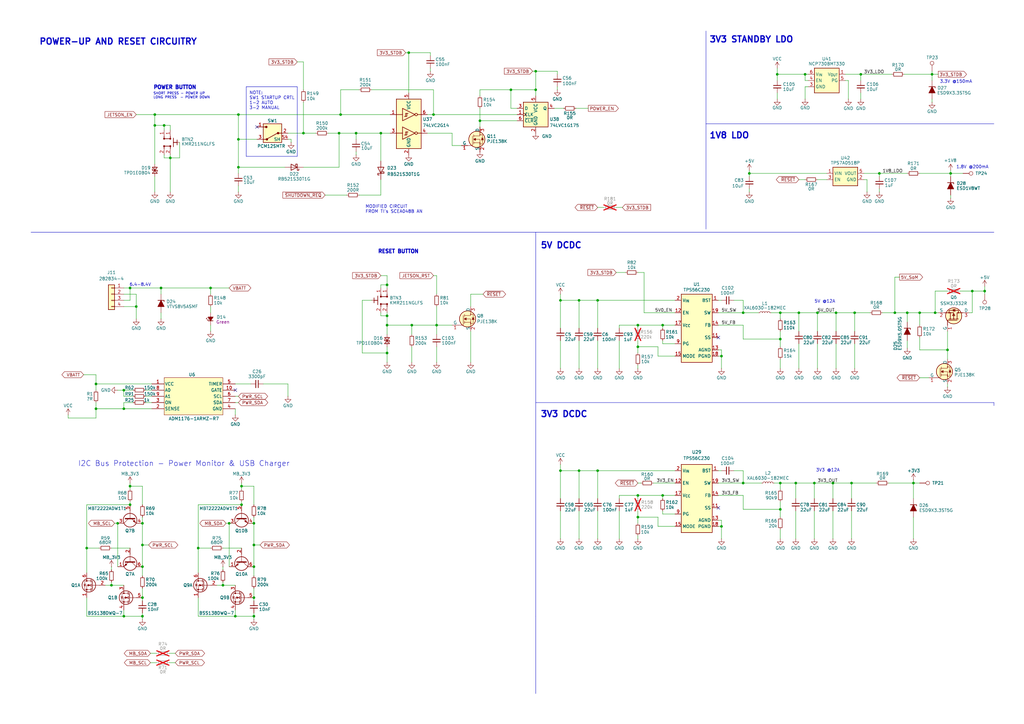
<source format=kicad_sch>
(kicad_sch (version 20231120) (generator "eeschema") (generator_version "8.0")
  (paper "A3")
  (title_block (title "Jetson Carrier Board") (date "2024-07-05") (rev "v1") (company "Argus-1 Cubesat") (comment 1 "www.antmicro.com") (comment 2 "N. Khera"))
  (junction (at 45.72 240.03))
  (junction (at 304.8 198.12))
  (junction (at 177.8 46.99))
  (junction (at 104.14 223.52))
  (junction (at 104.14 214.63))
  (junction (at 360.68 71.12))
  (junction (at 156.21 54.61))
  (junction (at 158.75 133.35))
  (junction (at 261.62 212.09))
  (junction (at 388.62 143.51))
  (junction (at 261.62 142.24))
  (junction (at 304.8 128.27))
  (junction (at 104.14 232.41))
  (junction (at 398.78 119.38))
  (junction (at 97.79 46.99))
  (junction (at 66.04 118.11))
  (junction (at 372.11 128.27))
  (junction (at 158.75 144.78))
  (junction (at 93.98 214.63))
  (junction (at 104.14 245.11))
  (junction (at 261.62 203.2))
  (junction (at 374.65 198.12))
  (junction (at 55.88 125.73))
  (junction (at 58.42 252.73))
  (junction (at 58.42 223.52))
  (junction (at 50.8 252.73))
  (junction (at 367.03 128.27))
  (junction (at 342.9 128.27))
  (junction (at 209.55 36.83))
  (junction (at 53.34 118.11))
  (junction (at 320.04 208.915))
  (junction (at 99.06 199.39))
  (junction (at 327.66 128.27))
  (junction (at 167.64 21.59))
  (junction (at 389.89 71.12))
  (junction (at 382.27 30.48))
  (junction (at 67.31 51.435))
  (junction (at 237.49 123.19))
  (junction (at 158.75 116.84))
  (junction (at 53.34 207.01))
  (junction (at 58.42 245.11))
  (junction (at 50.8 160.02))
  (junction (at 58.42 214.63))
  (junction (at 334.01 198.12))
  (junction (at 81.28 224.79))
  (junction (at 295.91 146.05))
  (junction (at 63.5 46.99))
  (junction (at 179.07 133.35))
  (junction (at 168.91 133.35))
  (junction (at 139.7 46.99))
  (junction (at 403.86 119.38))
  (junction (at 320.04 139.065))
  (junction (at 48.26 214.63))
  (junction (at 124.46 54.61))
  (junction (at 245.11 193.04))
  (junction (at 261.62 133.35))
  (junction (at 104.14 252.73))
  (junction (at 271.78 203.2))
  (junction (at 341.63 198.12))
  (junction (at 229.87 193.04))
  (junction (at 146.05 54.61))
  (junction (at 158.75 129.54))
  (junction (at 35.56 224.79))
  (junction (at 86.36 118.11))
  (junction (at 383.54 128.27))
  (junction (at 50.8 167.64))
  (junction (at 377.19 128.27))
  (junction (at 219.71 29.21))
  (junction (at 320.04 198.12))
  (junction (at 271.78 133.35))
  (junction (at 99.06 207.01))
  (junction (at 318.77 30.48))
  (junction (at 330.2 30.48))
  (junction (at 96.52 252.73))
  (junction (at 53.34 199.39))
  (junction (at 353.06 30.48))
  (junction (at 196.85 49.53))
  (junction (at 91.44 240.03))
  (junction (at 320.04 128.27))
  (junction (at 326.39 198.12))
  (junction (at 97.79 68.58))
  (junction (at 349.25 198.12))
  (junction (at 63.5 51.435))
  (junction (at 97.79 57.15))
  (junction (at 245.11 123.19))
  (junction (at 350.52 128.27))
  (junction (at 39.37 157.48))
  (junction (at 335.28 128.27))
  (junction (at 39.37 167.64))
  (junction (at 58.42 232.41))
  (junction (at 219.71 36.83))
  (junction (at 295.91 215.9))
  (junction (at 139.065 54.61))
  (junction (at 229.87 123.19))
  (junction (at 307.34 71.12))
  (junction (at 237.49 193.04))
  (junction (at 69.85 64.77))
  (no_connect (at 105.41 52.07))
  (no_connect (at 294.64 208.28))
  (no_connect (at 294.64 138.43))
  (no_connect (at 96.52 160.02))
  (wire (pts (xy 374.65 198.12) (xy 377.19 198.12)))
  (wire (pts (xy 254 209.55) (xy 254 220.98)))
  (wire (pts (xy 175.26 46.99) (xy 177.8 46.99)))
  (wire (pts (xy 97.79 57.15) (xy 97.79 68.58)))
  (wire (pts (xy 342.9 128.27) (xy 350.52 128.27)))
  (wire (pts (xy 229.87 209.55) (xy 229.87 220.98)))
  (wire (pts (xy 269.875 215.9) (xy 276.86 215.9)))
  (wire (pts (xy 295.91 146.05) (xy 295.91 143.51)))
  (polyline (pts (xy 121.92 64.135) (xy 121.92 35.56)))
  (wire (pts (xy 71.882 271.78) (xy 69.342 271.78)))
  (wire (pts (xy 156.21 54.61) (xy 156.21 66.04)))
  (wire (pts (xy 237.49 209.55) (xy 237.49 220.98)))
  (wire (pts (xy 264.16 111.76) (xy 261.62 111.76)))
  (wire (pts (xy 156.21 113.03) (xy 158.75 113.03)))
  (wire (pts (xy 96.52 252.73) (xy 104.14 252.73)))
  (wire (pts (xy 294.64 213.36) (xy 295.91 213.36)))
  (wire (pts (xy 86.36 133.35) (xy 86.36 135.89)))
  (wire (pts (xy 229.87 193.04) (xy 237.49 193.04)))
  (wire (pts (xy 334.01 198.12) (xy 334.01 204.47)))
  (wire (pts (xy 48.26 214.63) (xy 48.26 232.41)))
  (wire (pts (xy 64.262 271.78) (xy 61.722 271.78)))
  (wire (pts (xy 360.68 77.47) (xy 360.68 78.74)))
  (wire (pts (xy 209.55 36.83) (xy 219.71 36.83)))
  (wire (pts (xy 271.78 133.35) (xy 276.86 133.35)))
  (wire (pts (xy 198.12 120.65) (xy 193.04 120.65)))
  (wire (pts (xy 97.79 162.56) (xy 96.52 162.56)))
  (wire (pts (xy 91.44 240.03) (xy 96.52 240.03)))
  (wire (pts (xy 35.56 245.11) (xy 35.56 252.73)))
  (wire (pts (xy 350.52 140.97) (xy 350.52 151.13)))
  (wire (pts (xy 81.28 252.73) (xy 96.52 252.73)))
  (wire (pts (xy 50.8 252.73) (xy 58.42 252.73)))
  (wire (pts (xy 81.28 245.11) (xy 81.28 252.73)))
  (wire (pts (xy 93.98 214.63) (xy 93.98 232.41)))
  (wire (pts (xy 104.14 252.73) (xy 104.14 254)))
  (wire (pts (xy 350.52 128.27) (xy 356.87 128.27)))
  (wire (pts (xy 58.42 241.3) (xy 58.42 245.11)))
  (wire (pts (xy 245.11 123.19) (xy 245.11 134.62)))
  (wire (pts (xy 63.5 72.39) (xy 63.5 78.74)))
  (wire (pts (xy 158.75 129.54) (xy 158.75 133.35)))
  (wire (pts (xy 58.42 223.52) (xy 58.42 214.63)))
  (wire (pts (xy 271.78 209.55) (xy 271.78 210.82)))
  (wire (pts (xy 67.31 51.435) (xy 67.31 53.34)))
  (wire (pts (xy 45.72 238.76) (xy 45.72 240.03)))
  (wire (pts (xy 97.79 68.58) (xy 116.84 68.58)))
  (wire (pts (xy 146.05 54.61) (xy 156.21 54.61)))
  (wire (pts (xy 39.37 167.64) (xy 39.37 171.45)))
  (wire (pts (xy 245.11 123.19) (xy 276.86 123.19)))
  (wire (pts (xy 229.87 123.19) (xy 237.49 123.19)))
  (wire (pts (xy 50.8 167.64) (xy 62.23 167.64)))
  (wire (pts (xy 264.16 128.27) (xy 264.16 111.76)))
  (wire (pts (xy 97.79 46.99) (xy 97.79 57.15)))
  (wire (pts (xy 237.49 193.04) (xy 237.49 204.47)))
  (wire (pts (xy 219.71 36.83) (xy 219.71 39.37)))
  (wire (pts (xy 146.05 62.23) (xy 146.05 63.5)))
  (wire (pts (xy 66.04 128.27) (xy 66.04 130.81)))
  (wire (pts (xy 335.28 128.27) (xy 342.9 128.27)))
  (wire (pts (xy 166.37 21.59) (xy 167.64 21.59)))
  (wire (pts (xy 383.54 128.27) (xy 384.81 128.27)))
  (wire (pts (xy 104.14 241.3) (xy 104.14 245.11)))
  (wire (pts (xy 54.61 162.56) (xy 50.8 162.56)))
  (wire (pts (xy 43.18 240.03) (xy 45.72 240.03)))
  (wire (pts (xy 377.19 133.35) (xy 377.19 128.27)))
  (wire (pts (xy 97.79 76.2) (xy 97.79 78.74)))
  (wire (pts (xy 320.04 208.915) (xy 304.8 208.915)))
  (wire (pts (xy 196.85 52.07) (xy 196.85 49.53)))
  (wire (pts (xy 139.065 54.61) (xy 146.05 54.61)))
  (wire (pts (xy 59.69 160.02) (xy 62.23 160.02)))
  (wire (pts (xy 355.6 78.74) (xy 355.6 73.66)))
  (wire (pts (xy 372.11 142.875) (xy 372.11 139.7)))
  (wire (pts (xy 377.19 143.51) (xy 388.62 143.51)))
  (wire (pts (xy 50.8 162.56) (xy 50.8 160.02)))
  (wire (pts (xy 295.91 151.13) (xy 295.91 146.05)))
  (wire (pts (xy 254 139.7) (xy 254 151.13)))
  (wire (pts (xy 35.56 224.79) (xy 35.56 207.01)))
  (wire (pts (xy 119.38 57.15) (xy 119.38 58.42)))
  (wire (pts (xy 372.11 128.27) (xy 372.11 132.08)))
  (wire (pts (xy 229.87 139.7) (xy 229.87 151.13)))
  (wire (pts (xy 58.42 232.41) (xy 58.42 236.22)))
  (wire (pts (xy 193.04 135.89) (xy 193.04 148.59)))
  (wire (pts (xy 168.91 133.35) (xy 179.07 133.35)))
  (wire (pts (xy 60.96 223.52) (xy 58.42 223.52)))
  (wire (pts (xy 86.36 118.11) (xy 86.36 120.65)))
  (wire (pts (xy 50.8 123.19) (xy 53.34 123.19)))
  (wire (pts (xy 237.49 193.04) (xy 245.11 193.04)))
  (wire (pts (xy 294.64 193.04) (xy 295.91 193.04)))
  (wire (pts (xy 196.85 36.83) (xy 196.85 39.37)))
  (wire (pts (xy 294.64 128.27) (xy 304.8 128.27)))
  (wire (pts (xy 304.8 203.2) (xy 304.8 208.915)))
  (polyline (pts (xy 407.67 166.37) (xy 407.67 165.1)))
  (wire (pts (xy 88.9 240.03) (xy 91.44 240.03)))
  (wire (pts (xy 354.33 71.12) (xy 360.68 71.12)))
  (wire (pts (xy 318.77 30.48) (xy 318.77 33.02)))
  (wire (pts (xy 254 204.47) (xy 254 203.2)))
  (wire (pts (xy 271.78 133.35) (xy 271.78 134.62)))
  (wire (pts (xy 304.8 133.35) (xy 304.8 139.065)))
  (wire (pts (xy 382.27 30.48) (xy 382.27 33.02)))
  (wire (pts (xy 320.04 205.74) (xy 320.04 208.915)))
  (wire (pts (xy 104.14 223.52) (xy 104.14 214.63)))
  (wire (pts (xy 104.14 232.41) (xy 104.14 236.22)))
  (wire (pts (xy 304.8 128.27) (xy 311.15 128.27)))
  (wire (pts (xy 158.75 133.35) (xy 158.75 137.16)))
  (wire (pts (xy 118.11 57.15) (xy 119.38 57.15)))
  (wire (pts (xy 382.27 30.48) (xy 384.81 30.48)))
  (wire (pts (xy 158.75 128.27) (xy 158.75 129.54)))
  (wire (pts (xy 34.29 153.67) (xy 39.37 153.67)))
  (wire (pts (xy 92.71 214.63) (xy 93.98 214.63)))
  (wire (pts (xy 124.46 41.91) (xy 124.46 54.61)))
  (wire (pts (xy 330.2 35.56) (xy 330.2 40.64)))
  (wire (pts (xy 320.04 135.89) (xy 320.04 139.065)))
  (wire (pts (xy 106.68 223.52) (xy 104.14 223.52)))
  (wire (pts (xy 389.89 71.12) (xy 389.89 69.85)))
  (wire (pts (xy 307.34 71.12) (xy 307.34 72.39)))
  (wire (pts (xy 330.2 35.56) (xy 331.47 35.56)))
  (wire (pts (xy 267.97 198.12) (xy 276.86 198.12)))
  (wire (pts (xy 341.63 198.12) (xy 349.25 198.12)))
  (wire (pts (xy 237.49 123.19) (xy 245.11 123.19)))
  (wire (pts (xy 320.04 139.065) (xy 320.04 142.24)))
  (wire (pts (xy 209.55 36.83) (xy 209.55 44.45)))
  (wire (pts (xy 370.84 30.48) (xy 382.27 30.48)))
  (wire (pts (xy 67.31 63.5) (xy 67.31 64.77)))
  (wire (pts (xy 271.78 140.97) (xy 276.86 140.97)))
  (wire (pts (xy 91.44 238.76) (xy 91.44 240.03)))
  (wire (pts (xy 53.34 205.74) (xy 53.34 207.01)))
  (polyline (pts (xy 219.71 252.73) (xy 219.71 95.25)))
  (wire (pts (xy 58.42 199.39) (xy 58.42 207.01)))
  (wire (pts (xy 54.61 165.1) (xy 50.8 165.1)))
  (wire (pts (xy 261.62 209.55) (xy 261.62 212.09)))
  (wire (pts (xy 261.62 212.09) (xy 269.875 212.09)))
  (wire (pts (xy 55.88 125.73) (xy 55.88 130.81)))
  (wire (pts (xy 388.62 135.89) (xy 388.62 143.51)))
  (wire (pts (xy 71.882 267.97) (xy 69.342 267.97)))
  (wire (pts (xy 320.04 217.17) (xy 320.04 220.98)))
  (wire (pts (xy 335.28 73.66) (xy 339.09 73.66)))
  (wire (pts (xy 367.03 113.665) (xy 368.935 113.665)))
  (wire (pts (xy 175.26 54.61) (xy 185.42 54.61)))
  (wire (pts (xy 39.37 157.48) (xy 62.23 157.48)))
  (wire (pts (xy 261.62 219.71) (xy 261.62 220.98)))
  (wire (pts (xy 261.62 212.09) (xy 261.62 214.63)))
  (wire (pts (xy 307.34 71.12) (xy 339.09 71.12)))
  (wire (pts (xy 318.77 30.48) (xy 330.2 30.48)))
  (wire (pts (xy 360.68 71.12) (xy 360.68 72.39)))
  (wire (pts (xy 320.04 198.12) (xy 326.39 198.12)))
  (wire (pts (xy 320.04 147.32) (xy 320.04 151.13)))
  (wire (pts (xy 176.53 22.86) (xy 176.53 21.59)))
  (wire (pts (xy 196.85 36.83) (xy 209.55 36.83)))
  (wire (pts (xy 53.34 199.39) (xy 53.34 200.66)))
  (wire (pts (xy 66.04 118.11) (xy 86.36 118.11)))
  (wire (pts (xy 81.28 207.01) (xy 99.06 207.01)))
  (wire (pts (xy 326.39 198.12) (xy 326.39 204.47)))
  (wire (pts (xy 307.34 69.85) (xy 307.34 71.12)))
  (wire (pts (xy 39.37 167.64) (xy 50.8 167.64)))
  (wire (pts (xy 261.62 149.86) (xy 261.62 151.13)))
  (wire (pts (xy 96.52 170.18) (xy 96.52 167.64)))
  (wire (pts (xy 254 133.35) (xy 261.62 133.35)))
  (wire (pts (xy 124.46 25.4) (xy 124.46 36.83)))
  (wire (pts (xy 219.71 29.21) (xy 219.71 36.83)))
  (wire (pts (xy 318.77 27.94) (xy 318.77 30.48)))
  (wire (pts (xy 177.8 113.03) (xy 179.07 113.03)))
  (wire (pts (xy 389.89 71.12) (xy 389.89 72.39)))
  (wire (pts (xy 58.42 245.11) (xy 58.42 246.38)))
  (wire (pts (xy 73.66 64.77) (xy 69.85 64.77)))
  (wire (pts (xy 245.11 85.09) (xy 247.65 85.09)))
  (wire (pts (xy 304.8 193.04) (xy 304.8 198.12)))
  (wire (pts (xy 139.7 46.99) (xy 160.02 46.99)))
  (wire (pts (xy 196.85 44.45) (xy 196.85 49.53)))
  (wire (pts (xy 97.79 68.58) (xy 97.79 71.12)))
  (wire (pts (xy 158.75 142.24) (xy 158.75 144.78)))
  (wire (pts (xy 124.46 54.61) (xy 129.54 54.61)))
  (wire (pts (xy 382.27 29.21) (xy 382.27 30.48)))
  (wire (pts (xy 104.14 199.39) (xy 104.14 207.01)))
  (polyline (pts (xy 100.965 64.135) (xy 121.92 64.135)))
  (wire (pts (xy 104.14 251.46) (xy 104.14 252.73)))
  (wire (pts (xy 69.85 51.435) (xy 69.85 53.34)))
  (wire (pts (xy 228.6 30.48) (xy 228.6 29.21)))
  (wire (pts (xy 327.66 140.97) (xy 327.66 151.13)))
  (polyline (pts (xy 12.7 95.25) (xy 407.67 95.25)))
  (wire (pts (xy 245.11 139.7) (xy 245.11 151.13)))
  (wire (pts (xy 237.49 123.19) (xy 237.49 134.62)))
  (wire (pts (xy 53.34 118.11) (xy 66.04 118.11)))
  (wire (pts (xy 320.04 130.81) (xy 320.04 128.27)))
  (wire (pts (xy 349.25 198.12) (xy 359.41 198.12)))
  (wire (pts (xy 67.31 51.435) (xy 69.85 51.435)))
  (wire (pts (xy 91.44 224.79) (xy 99.06 224.79)))
  (wire (pts (xy 374.65 196.85) (xy 374.65 198.12)))
  (wire (pts (xy 229.87 123.19) (xy 229.87 134.62)))
  (wire (pts (xy 350.52 128.27) (xy 350.52 135.89)))
  (wire (pts (xy 86.36 118.11) (xy 93.98 118.11)))
  (wire (pts (xy 152.4 36.83) (xy 177.8 36.83)))
  (wire (pts (xy 372.11 128.27) (xy 377.19 128.27)))
  (wire (pts (xy 168.91 137.16) (xy 168.91 133.35)))
  (polyline (pts (xy 100.965 35.56) (xy 100.965 64.135)))
  (wire (pts (xy 69.85 64.77) (xy 69.85 78.74)))
  (wire (pts (xy 158.75 116.84) (xy 158.75 118.11)))
  (wire (pts (xy 156.21 73.66) (xy 156.21 80.01)))
  (wire (pts (xy 398.78 119.38) (xy 403.86 119.38)))
  (wire (pts (xy 316.23 128.27) (xy 320.04 128.27)))
  (wire (pts (xy 334.01 209.55) (xy 334.01 220.98)))
  (wire (pts (xy 185.42 54.61) (xy 185.42 59.69)))
  (wire (pts (xy 156.21 128.27) (xy 156.21 129.54)))
  (wire (pts (xy 330.2 30.48) (xy 331.47 30.48)))
  (wire (pts (xy 353.06 30.48) (xy 353.06 33.02)))
  (wire (pts (xy 179.07 133.35) (xy 185.42 133.35)))
  (wire (pts (xy 97.79 165.1) (xy 96.52 165.1)))
  (wire (pts (xy 104.14 212.09) (xy 104.14 214.63)))
  (wire (pts (xy 374.65 198.12) (xy 374.65 204.47)))
  (wire (pts (xy 64.262 267.97) (xy 61.722 267.97)))
  (wire (pts (xy 295.91 215.9) (xy 295.91 220.98)))
  (wire (pts (xy 269.875 142.24) (xy 269.875 146.05)))
  (wire (pts (xy 335.28 140.97) (xy 335.28 151.13)))
  (wire (pts (xy 304.8 123.19) (xy 304.8 128.27)))
  (wire (pts (xy 304.8 203.2) (xy 294.64 203.2)))
  (wire (pts (xy 229.87 193.04) (xy 229.87 204.47)))
  (wire (pts (xy 252.73 111.76) (xy 256.54 111.76)))
  (wire (pts (xy 261.62 133.35) (xy 271.78 133.35)))
  (wire (pts (xy 152.4 123.19) (xy 148.59 123.19)))
  (wire (pts (xy 261.62 142.24) (xy 261.62 144.78)))
  (wire (pts (xy 146.05 54.61) (xy 146.05 57.15)))
  (wire (pts (xy 300.99 123.19) (xy 304.8 123.19)))
  (wire (pts (xy 50.8 118.11) (xy 53.34 118.11)))
  (wire (pts (xy 326.39 198.12) (xy 334.01 198.12)))
  (wire (pts (xy 35.56 252.73) (xy 50.8 252.73)))
  (wire (pts (xy 383.54 119.38) (xy 383.54 128.27)))
  (wire (pts (xy 177.8 46.99) (xy 212.09 46.99)))
  (polyline (pts (xy 289.56 12.7) (xy 289.56 93.98)))
  (wire (pts (xy 388.62 143.51) (xy 388.62 147.32)))
  (wire (pts (xy 45.72 240.03) (xy 50.8 240.03)))
  (wire (pts (xy 377.19 128.27) (xy 383.54 128.27)))
  (wire (pts (xy 403.86 119.38) (xy 403.86 120.65)))
  (wire (pts (xy 349.25 209.55) (xy 349.25 220.98)))
  (wire (pts (xy 377.19 71.12) (xy 389.89 71.12)))
  (wire (pts (xy 383.54 119.38) (xy 388.62 119.38)))
  (wire (pts (xy 193.04 120.65) (xy 193.04 125.73)))
  (wire (pts (xy 361.95 128.27) (xy 367.03 128.27)))
  (wire (pts (xy 261.62 133.35) (xy 261.62 134.62)))
  (wire (pts (xy 346.71 30.48) (xy 353.06 30.48)))
  (wire (pts (xy 360.68 71.12) (xy 372.11 71.12)))
  (wire (pts (xy 35.56 234.95) (xy 35.56 224.79)))
  (wire (pts (xy 66.04 118.11) (xy 66.04 120.65)))
  (wire (pts (xy 58.42 251.46) (xy 58.42 252.73)))
  (wire (pts (xy 294.64 143.51) (xy 295.91 143.51)))
  (wire (pts (xy 97.79 57.15) (xy 105.41 57.15)))
  (wire (pts (xy 179.07 142.24) (xy 179.07 148.59)))
  (wire (pts (xy 261.62 139.7) (xy 261.62 142.24)))
  (wire (pts (xy 118.11 157.48) (xy 118.11 162.56)))
  (wire (pts (xy 269.875 212.09) (xy 269.875 215.9)))
  (wire (pts (xy 364.49 198.12) (xy 374.65 198.12)))
  (wire (pts (xy 158.75 133.35) (xy 168.91 133.35)))
  (wire (pts (xy 320.04 128.27) (xy 327.66 128.27)))
  (wire (pts (xy 388.62 157.48) (xy 388.62 158.75)))
  (wire (pts (xy 133.35 80.01) (xy 142.24 80.01)))
  (wire (pts (xy 86.36 125.73) (xy 86.36 128.27)))
  (wire (pts (xy 196.85 49.53) (xy 212.09 49.53)))
  (wire (pts (xy 346.71 33.02) (xy 347.98 33.02)))
  (wire (pts (xy 46.99 214.63) (xy 48.26 214.63)))
  (wire (pts (xy 104.14 245.11) (xy 104.14 246.38)))
  (wire (pts (xy 58.42 252.73) (xy 58.42 254)))
  (polyline (pts (xy 100.965 35.56) (xy 121.92 35.56)))
  (wire (pts (xy 63.5 46.99) (xy 63.5 51.435)))
  (wire (pts (xy 73.66 58.42) (xy 73.66 64.77)))
  (wire (pts (xy 261.62 203.2) (xy 261.62 204.47)))
  (wire (pts (xy 382.27 40.64) (xy 382.27 41.91)))
  (wire (pts (xy 58.42 199.39) (xy 53.34 199.39)))
  (wire (pts (xy 147.32 36.83) (xy 139.7 36.83)))
  (wire (pts (xy 58.42 232.41) (xy 58.42 223.52)))
  (wire (pts (xy 327.66 128.27) (xy 335.28 128.27)))
  (wire (pts (xy 27.94 171.45) (xy 27.94 170.18)))
  (wire (pts (xy 261.62 142.24) (xy 269.875 142.24)))
  (wire (pts (xy 156.21 116.84) (xy 156.21 118.11)))
  (wire (pts (xy 45.72 232.41) (xy 45.72 233.68)))
  (wire (pts (xy 50.8 120.65) (xy 55.88 120.65)))
  (polyline (pts (xy 219.71 252.73) (xy 219.71 284.48)))
  (wire (pts (xy 374.65 220.98) (xy 374.65 212.09)))
  (wire (pts (xy 254 203.2) (xy 261.62 203.2)))
  (wire (pts (xy 228.6 35.56) (xy 228.6 36.83)))
  (wire (pts (xy 104.14 232.41) (xy 104.14 223.52)))
  (wire (pts (xy 99.06 199.39) (xy 99.06 200.66)))
  (wire (pts (xy 219.71 29.21) (xy 228.6 29.21)))
  (wire (pts (xy 245.11 209.55) (xy 245.11 220.98)))
  (wire (pts (xy 212.09 44.45) (xy 209.55 44.45)))
  (wire (pts (xy 118.11 54.61) (xy 124.46 54.61)))
  (wire (pts (xy 59.69 162.56) (xy 62.23 162.56)))
  (wire (pts (xy 134.62 54.61) (xy 139.065 54.61)))
  (wire (pts (xy 62.23 165.1) (xy 59.69 165.1)))
  (wire (pts (xy 295.91 215.9) (xy 295.91 213.36)))
  (wire (pts (xy 39.37 165.1) (xy 39.37 167.64)))
  (wire (pts (xy 236.22 44.45) (xy 241.3 44.45)))
  (wire (pts (xy 176.53 27.94) (xy 176.53 29.21)))
  (wire (pts (xy 50.8 250.19) (xy 50.8 252.73)))
  (wire (pts (xy 69.85 63.5) (xy 69.85 64.77)))
  (wire (pts (xy 300.99 193.04) (xy 304.8 193.04)))
  (wire (pts (xy 118.11 157.48) (xy 107.95 157.48)))
  (wire (pts (xy 168.91 142.24) (xy 168.91 148.59)))
  (wire (pts (xy 27.94 171.45) (xy 39.37 171.45)))
  (wire (pts (xy 304.8 133.35) (xy 294.64 133.35)))
  (wire (pts (xy 99.06 198.12) (xy 99.06 199.39)))
  (wire (pts (xy 179.07 125.73) (xy 179.07 133.35)))
  (wire (pts (xy 342.9 128.27) (xy 342.9 135.89)))
  (wire (pts (xy 124.46 25.4) (xy 121.92 25.4)))
  (wire (pts (xy 148.59 123.19) (xy 148.59 144.78)))
  (wire (pts (xy 389.89 71.12) (xy 394.97 71.12)))
  (wire (pts (xy 81.28 224.79) (xy 81.28 207.01)))
  (wire (pts (xy 261.62 203.2) (xy 271.78 203.2)))
  (polyline (pts (xy 289.56 50.8) (xy 407.67 50.8)))
  (wire (pts (xy 229.87 193.04) (xy 229.87 190.5)))
  (wire (pts (xy 330.2 30.48) (xy 330.2 33.02)))
  (wire (pts (xy 335.28 128.27) (xy 335.28 135.89)))
  (wire (pts (xy 35.56 207.01) (xy 53.34 207.01)))
  (wire (pts (xy 403.86 117.475) (xy 403.86 119.38)))
  (wire (pts (xy 91.44 232.41) (xy 91.44 233.68)))
  (wire (pts (xy 271.78 203.2) (xy 276.86 203.2)))
  (wire (pts (xy 393.7 119.38) (xy 398.78 119.38)))
  (wire (pts (xy 377.19 138.43) (xy 377.19 143.51)))
  (wire (pts (xy 50.8 160.02) (xy 54.61 160.02)))
  (wire (pts (xy 304.8 139.065) (xy 320.04 139.065)))
  (wire (pts (xy 97.79 46.99) (xy 139.7 46.99)))
  (wire (pts (xy 147.32 80.01) (xy 156.21 80.01)))
  (wire (pts (xy 50.8 125.73) (xy 55.88 125.73)))
  (wire (pts (xy 307.34 77.47) (xy 307.34 78.74)))
  (wire (pts (xy 81.28 234.95) (xy 81.28 224.79)))
  (wire (pts (xy 227.33 44.45) (xy 231.14 44.45)))
  (wire (pts (xy 50.8 165.1) (xy 50.8 167.64)))
  (wire (pts (xy 327.66 73.66) (xy 330.2 73.66)))
  (wire (pts (xy 218.44 29.21) (xy 219.71 29.21)))
  (wire (pts (xy 177.8 36.83) (xy 177.8 46.99)))
  (wire (pts (xy 347.98 33.02) (xy 347.98 40.64)))
  (wire (pts (xy 342.9 140.97) (xy 342.9 151.13)))
  (wire (pts (xy 341.63 209.55) (xy 341.63 220.98)))
  (wire (pts (xy 179.07 133.35) (xy 179.07 137.16)))
  (wire (pts (xy 367.03 128.27) (xy 367.03 113.665)))
  (wire (pts (xy 48.26 160.02) (xy 50.8 160.02)))
  (wire (pts (xy 252.73 85.09) (xy 255.27 85.09)))
  (wire (pts (xy 139.065 68.58) (xy 139.065 54.61)))
  (wire (pts (xy 104.14 199.39) (xy 99.06 199.39)))
  (wire (pts (xy 326.39 209.55) (xy 326.39 220.98)))
  (wire (pts (xy 261.62 198.12) (xy 262.89 198.12)))
  (wire (pts (xy 124.46 68.58) (xy 139.065 68.58)))
  (wire (pts (xy 318.77 38.1) (xy 318.77 40.64)))
  (wire (pts (xy 45.72 224.79) (xy 53.34 224.79)))
  (wire (pts (xy 158.75 129.54) (xy 156.21 129.54)))
  (wire (pts (xy 139.7 36.83) (xy 139.7 46.99)))
  (wire (pts (xy 148.59 144.78) (xy 158.75 144.78)))
  (wire (pts (xy 63.5 51.435) (xy 63.5 67.31)))
  (wire (pts (xy 304.8 198.12) (xy 312.42 198.12)))
  (wire (pts (xy 167.64 21.59) (xy 167.64 38.1)))
  (wire (pts (xy 158.75 116.84) (xy 156.21 116.84)))
  (wire (pts (xy 67.31 64.77) (xy 69.85 64.77)))
  (wire (pts (xy 398.78 119.38) (xy 398.78 128.27)))
  (wire (pts (xy 276.86 128.27) (xy 264.16 128.27)))
  (polyline (pts (xy 219.71 165.1) (xy 407.67 165.1)))
  (wire (pts (xy 229.87 123.19) (xy 229.87 120.65)))
  (wire (pts (xy 271.78 210.82) (xy 276.86 210.82)))
  (wire (pts (xy 58.42 212.09) (xy 58.42 214.63)))
  (wire (pts (xy 96.52 250.19) (xy 96.52 252.73)))
  (wire (pts (xy 349.25 198.12) (xy 349.25 204.47)))
  (wire (pts (xy 156.21 54.61) (xy 160.02 54.61)))
  (wire (pts (xy 245.11 193.04) (xy 276.86 193.04)))
  (wire (pts (xy 99.06 205.74) (xy 99.06 207.01)))
  (wire (pts (xy 63.5 46.99) (xy 97.79 46.99)))
  (wire (pts (xy 294.64 123.19) (xy 295.91 123.19)))
  (wire (pts (xy 167.64 21.59) (xy 176.53 21.59)))
  (wire (pts (xy 55.88 120.65) (xy 55.88 125.73)))
  (wire (pts (xy 377.19 154.94) (xy 381 154.94)))
  (wire (pts (xy 39.37 157.48) (xy 39.37 153.67)))
  (wire (pts (xy 353.06 30.48) (xy 365.76 30.48)))
  (wire (pts (xy 245.11 193.04) (xy 245.11 204.47)))
  (wire (pts (xy 185.42 59.69) (xy 189.23 59.69)))
  (wire (pts (xy 53.34 199.39) (xy 53.34 198.12)))
  (wire (pts (xy 334.01 198.12) (xy 341.63 198.12)))
  (wire (pts (xy 39.37 157.48) (xy 39.37 160.02)))
  (wire (pts (xy 397.51 128.27) (xy 398.78 128.27)))
  (wire (pts (xy 55.88 46.99) (xy 63.5 46.99)))
  (wire (pts (xy 320.04 208.915) (xy 320.04 212.09)))
  (wire (pts (xy 353.06 38.1) (xy 353.06 40.64)))
  (wire (pts (xy 331.47 33.02) (xy 330.2 33.02)))
  (wire (pts (xy 271.78 203.2) (xy 271.78 204.47)))
  (wire (pts (xy 341.63 198.12) (xy 341.63 204.47)))
  (wire (pts (xy 271.78 139.7) (xy 271.78 140.97)))
  (wire (pts (xy 179.07 113.03) (xy 179.07 120.65)))
  (wire (pts (xy 355.6 73.66) (xy 354.33 73.66)))
  (wire (pts (xy 81.28 224.79) (xy 86.36 224.79)))
  (wire (pts (xy 317.5 198.12) (xy 320.04 198.12)))
  (wire (pts (xy 327.66 128.27) (xy 327.66 135.89)))
  (wire (pts (xy 294.64 215.9) (xy 295.91 215.9)))
  (wire (pts (xy 254 134.62) (xy 254 133.35)))
  (wire (pts (xy 294.64 198.12) (xy 304.8 198.12)))
  (wire (pts (xy 96.52 157.48) (xy 102.87 157.48)))
  (wire (pts (xy 53.34 123.19) (xy 53.34 118.11)))
  (wire (pts (xy 389.89 81.28) (xy 389.89 80.01)))
  (wire (pts (xy 158.75 113.03) (xy 158.75 116.84)))
  (wire (pts (xy 237.49 139.7) (xy 237.49 151.13)))
  (wire (pts (xy 320.04 198.12) (xy 320.04 200.66)))
  (wire (pts (xy 294.64 146.05) (xy 295.91 146.05)))
  (wire (pts (xy 269.875 146.05) (xy 276.86 146.05)))
  (wire (pts (xy 35.56 224.79) (xy 40.64 224.79)))
  (wire (pts (xy 367.03 128.27) (xy 372.11 128.27)))
  (wire (pts (xy 158.75 144.78) (xy 158.75 148.59)))
  (wire (pts (xy 67.31 51.435) (xy 63.5 51.435)))
  (text "5V @12A\n" (at 334.01 124.46 0) (effects (font (size 1.27 1.27)) (justify left bottom)))
  (text "I2C Bus Protection - Power Monitor & USB Charger" (at 32.004 191.516 0) (effects (font (size 2.159 2.159)) (justify left bottom)))
  (text "3V3 STANDBY LDO" (at 290.83 17.78 0) (effects (font (size 2.5 2.5) (bold yes)) (justify left bottom)))
  (text "3.3V @150mA" (at 385.445 34.29 0) (effects (font (size 1.27 1.27)) (justify left bottom)))
  (text "MODIFIED CIRCUIT \nFROM TI's SCEA048B AN" (at 149.86 87.63 0) (effects (font (size 1.273 1.273)) (justify left bottom)))
  (text "1V8 LDO" (at 290.83 57.15 0) (effects (font (size 2.5 2.5) (bold yes)) (justify left bottom)))
  (text "SHORT PRESS - POWER UP\nLONG PRESS  - POWER DOWN" (at 62.865 40.64 0) (effects (font (size 1 1)) (justify left bottom)))
  (text "5V DCDC" (at 221.615 102.235 0) (effects (font (size 2.5 2.5) (bold yes)) (justify left bottom)))
  (text "NOTE:\nSW1 STARTUP CRTL\n1-2 AUTO \n3-2 MANUAL" (at 102.235 45.085 0) (effects (font (size 1.27 1.27)) (justify left bottom)))
  (text "POWER BUTTON" (at 62.865 36.83 0) (effects (font (size 1.5 1.5) (thickness 0.4) (bold yes)) (justify left bottom)))
  (text "POWER-UP AND RESET CIRCUITRY" (at 16.002 18.669 0) (effects (font (size 2.5 2.5) (bold yes)) (justify left bottom)))
  (text "3V3 @12A" (at 334.645 193.675 0) (effects (font (size 1.27 1.27)) (justify left bottom)))
  (text "6.4-8.4V" (at 53.086 117.602 0) (effects (font (size 1.27 1.27)) (justify left bottom)))
  (text "3V3 DCDC" (at 221.615 171.45 0) (effects (font (size 2.5 2.5) (bold yes)) (justify left bottom)))
  (text "1.8V @200mA" (at 392.176 69.342 0) (effects (font (size 1.27 1.27)) (justify left bottom)))
  (text "RESET BUTTON" (at 154.94 104.14 0) (effects (font (size 1.5 1.5) (thickness 0.4) (bold yes)) (justify left bottom)))
  (label "3V3_LDO" (at 354.33 30.48 0))
  (label "3V3_EN" (at 269.24 198.12 0))
  (label "5V_SW" (at 295.91 128.27 0))
  (label "5V_FB" (at 295.91 133.35 0))
  (label "3V3_FB" (at 295.91 203.2 0))
  (label "5V_OUT" (at 335.28 128.27 0))
  (label "1V8_LDO" (at 361.95 71.12 0))
  (label "3V3_OUT" (at 335.28 198.12 0))
  (label "5V0_EN" (at 268.605 128.27 0))
  (label "3V3_SW" (at 295.91 198.12 0))
  (global_label "PWR_SDA" (shape bidirectional) (at 106.68 223.52 0) (property "Intersheetrefs" "${INTERSHEET_REFS}" (at 119.3036 223.52 0) (effects (justify left))))
  (global_label "3V3_STDB" (shape input) (at 166.37 21.59 180) (property "Intersheetrefs" "${INTERSHEET_REFS}" (at 154.7645 21.6694 0) (effects (justify right))))
  (global_label "~{RESET}" (shape bidirectional) (at 198.12 120.65 0) (property "Intersheetrefs" "${INTERSHEET_REFS}" (at 208.28 120.65 0) (effects (justify left))))
  (global_label "MB_SDA" (shape bidirectional) (at 92.71 214.63 180) (property "Intersheetrefs" "${INTERSHEET_REFS}" (at 81.3564 214.63 0) (effects (justify right))))
  (global_label "3V3_STDB" (shape input) (at 121.92 25.4 180) (property "Intersheetrefs" "${INTERSHEET_REFS}" (at 110.3145 25.4794 0) (effects (justify right))))
  (global_label "~{RESET}" (shape bidirectional) (at 327.66 73.66 180) (property "Intersheetrefs" "${INTERSHEET_REFS}" (at 318.135 73.66 0) (effects (justify right))))
  (global_label "~{SHUTDOWN_REQ}" (shape input) (at 133.35 80.01 180) (property "Intersheetrefs" "${INTERSHEET_REFS}" (at 115.9993 79.9306 0) (effects (justify right))))
  (global_label "MB_SCL" (shape bidirectional) (at 61.722 271.78 180) (property "Intersheetrefs" "${INTERSHEET_REFS}" (at 50.4289 271.78 0) (effects (justify right))))
  (global_label "3V3_STDB" (shape input) (at 252.73 111.76 180) (property "Intersheetrefs" "${INTERSHEET_REFS}" (at 240.03 111.76 0) (effects (justify right))))
  (global_label "~{RESET}" (shape bidirectional) (at 245.11 85.09 180) (property "Intersheetrefs" "${INTERSHEET_REFS}" (at 234.95 85.09 0) (effects (justify right))))
  (global_label "JETSON_RST" (shape input) (at 177.8 113.03 180) (property "Intersheetrefs" "${INTERSHEET_REFS}" (at 163.4454 113.03 0) (effects (justify right))))
  (global_label "PWR_SCL" (shape bidirectional) (at 97.79 162.56 0) (property "Intersheetrefs" "${INTERSHEET_REFS}" (at 110.3531 162.56 0) (effects (justify left))))
  (global_label "JETSON_EN" (shape input) (at 55.88 46.99 180) (property "Intersheetrefs" "${INTERSHEET_REFS}" (at 42.493 46.99 0) (effects (justify right))))
  (global_label "PWR_SCL" (shape bidirectional) (at 71.882 271.78 0) (property "Intersheetrefs" "${INTERSHEET_REFS}" (at 84.4451 271.78 0) (effects (justify left))))
  (global_label "POWER_EN" (shape output) (at 241.3 44.45 0) (property "Intersheetrefs" "${INTERSHEET_REFS}" (at 253.6312 44.3706 0) (effects (justify left))))
  (global_label "3V3_STDB" (shape input) (at 156.21 113.03 180) (property "Intersheetrefs" "${INTERSHEET_REFS}" (at 144.6045 113.1094 0) (effects (justify right))))
  (global_label "MB_SDA" (shape bidirectional) (at 61.722 267.97 180) (property "Intersheetrefs" "${INTERSHEET_REFS}" (at 50.3684 267.97 0) (effects (justify right))))
  (global_label "PWR_SDA" (shape bidirectional) (at 71.882 267.97 0) (property "Intersheetrefs" "${INTERSHEET_REFS}" (at 84.5056 267.97 0) (effects (justify left))))
  (global_label "VBATT" (shape bidirectional) (at 93.98 118.11 0) (property "Intersheetrefs" "${INTERSHEET_REFS}" (at 103.4589 118.11 0) (effects (justify left))))
  (global_label "3V3_STDB" (shape input) (at 255.27 85.09 0) (property "Intersheetrefs" "${INTERSHEET_REFS}" (at 266.8755 85.0106 0) (effects (justify left))))
  (global_label "~{RESET}" (shape bidirectional) (at 377.19 154.94 180) (property "Intersheetrefs" "${INTERSHEET_REFS}" (at 367.665 154.94 0) (effects (justify right))))
  (global_label "~{RESET}" (shape bidirectional) (at 261.62 198.12 180) (property "Intersheetrefs" "${INTERSHEET_REFS}" (at 251.46 198.12 0) (effects (justify right))))
  (global_label "3V3_STDB" (shape input) (at 218.44 29.21 180) (property "Intersheetrefs" "${INTERSHEET_REFS}" (at 206.8345 29.2894 0) (effects (justify right))))
  (global_label "PWR_SDA" (shape bidirectional) (at 97.79 165.1 0) (property "Intersheetrefs" "${INTERSHEET_REFS}" (at 110.4136 165.1 0) (effects (justify left))))
  (global_label "5V_SoM" (shape output) (at 368.935 113.665 0) (property "Intersheetrefs" "${INTERSHEET_REFS}" (at 378.4238 113.5856 0) (effects (justify left))))
  (global_label "VBATT" (shape bidirectional) (at 34.29 153.67 180) (property "Intersheetrefs" "${INTERSHEET_REFS}" (at 24.8111 153.67 0) (effects (justify right))))
  (global_label "MB_SCL" (shape bidirectional) (at 46.99 214.63 180) (property "Intersheetrefs" "${INTERSHEET_REFS}" (at 35.6969 214.63 0) (effects (justify right))))
  (global_label "3V3_STDB" (shape output) (at 384.81 30.48 0) (property "Intersheetrefs" "${INTERSHEET_REFS}" (at 396.4155 30.4006 0) (effects (justify left))))
  (global_label "PWR_SCL" (shape bidirectional) (at 60.96 223.52 0) (property "Intersheetrefs" "${INTERSHEET_REFS}" (at 73.5231 223.52 0) (effects (justify left))))
  (symbol (lib_id "Device:D_Zener_Filled") (at 66.04 124.46 270) (unit 1)
    (property "Reference" "D24" (at 72.136 123.698 90) (effects (justify right)))
    (property "Value" "VTVS8V5ASMF" (at 81.28 125.73 90) (effects (justify right)))
    (property "Footprint" "Diode_SMD:D_SMF" (effects (hide yes)))
    (property "Description" "Zener diode, filled shape" (effects (hide yes)))
    (property "Manufacturer" "Toshiba" (effects (hide yes)))
    (property "MPN" "DF2S30FS" (effects (hide yes)))
    (property "Author" "Antmicro" (effects (hide yes)))
    (property "License" "Apache-2.0" (effects (hide yes)))
  )
  (symbol (lib_id "Device:C_Small") (at 237.49 207.01 0) (unit 1)
    (property "Reference" "C65" (at 243.332 207.01 0) (effects (justify right)))
    (property "Value" "22uF" (at 239.522 209.804 0) (effects (justify left bottom)))
    (property "Footprint" "Capacitor_SMD:C_0805_2012Metric" (effects (hide yes)))
    (property "Description" "Unpolarized capacitor, small symbol" (effects (hide yes)))
    (property "MPN" "CL21A226MAYNNNE" (effects (hide yes)))
    (property "Manufacturer" "Samsung Electro-Mechanics" (effects (hide yes)))
    (property "License" "Apache-2.0" (effects (hide yes)))
    (property "Author" "Antmicro" (effects (hide yes)))
    (property "Val" "22u" (effects (hide yes)))
    (property "Voltage" "25V" (effects (hide yes)))
    (property "Dielectric" "X5R" (effects (hide yes)))
    (property "Public" "False" (effects (hide yes)))
  )
  (symbol (lib_id "Connector_Generic:Conn_01x04") (at 45.72 120.65 0) (mirror y) (unit 1)
    (property "Reference" "J11" (at 45.72 111.76 0))
    (property "Value" "282834-4" (at 45.72 114.3 0))
    (property "Footprint" "JetsonCarrier:TE_282834-4" (effects (hide yes)))
    (property "Description" "Generic connector, single row, 01x04, script generated (kicad-library-utils/schlib/autogen/connector/)" (effects (hide yes)))
  )
  (symbol (lib_id "Device:D_Zener_Filled") (at 372.11 135.89 270) (unit 1)
    (property "Reference" "D25" (at 367.284 143.764 0) (effects (justify right)))
    (property "Value" "ESD9X5.0ST5G" (at 369.062 143.764 0) (effects (justify right)))
    (property "Footprint" "Diode_SMD:D_SOD-923" (effects (hide yes)))
    (property "Description" "Zener diode, filled shape" (effects (hide yes)))
    (property "Manufacturer" "ON Semiconductor" (effects (hide yes)))
    (property "MPN" "ESD9X5.0ST5G" (effects (hide yes)))
    (property "Author" "Antmicro" (effects (hide yes)))
    (property "License" "Apache-2.0" (effects (hide yes)))
  )
  (symbol (lib_id "Device:R_Small") (at 196.85 41.91 0) (unit 1)
    (property "Reference" "R154" (at 198.12 40.894 0) (effects (justify left)))
    (property "Value" "10k" (at 198.12 43.688 0) (effects (justify left bottom)))
    (property "Footprint" "Resistor_SMD:R_0603_1608Metric" (effects (hide yes)))
    (property "Description" "Resistor, small symbol" (effects (hide yes)))
    (property "Manufacturer" "Bourns" (effects (hide yes)))
    (property "MPN" "CR0402-FX-1002GLF" (effects (hide yes)))
    (property "Val" "10k" (effects (hide yes)))
    (property "License" "Apache-2.0" (effects (hide yes)))
    (property "Author" "Antmicro" (effects (hide yes)))
    (property "Tolerance" "1%" (effects (hide yes)))
  )
  (symbol (lib_id "Device:R_Small") (at 57.15 162.56 270) (mirror x) (unit 1)
    (property "Reference" "R91" (at 53.086 161.544 90))
    (property "Value" "150k" (at 61.468 161.544 90))
    (property "Footprint" "Resistor_SMD:R_0603_1608Metric" (effects (hide yes)))
    (property "Description" "Resistor, small symbol" (effects (hide yes)))
    (property "Val" "150k" (effects (hide yes)))
  )
  (symbol (lib_id "Device:D_Zener_Filled") (at 389.89 76.2 270) (unit 1)
    (property "Reference" "D28" (at 396.24 75.184 90) (effects (justify right)))
    (property "Value" "ESD1V8WT" (at 402.082 77.216 90) (effects (justify right)))
    (property "Footprint" "Diode_SMD:D_SOD-523" (effects (hide yes)))
    (property "Description" "Zener diode, filled shape" (effects (hide yes)))
    (property "Manufacturer" "ON Semiconductor" (effects (hide yes)))
    (property "MPN" "ESD9X5.0ST5G" (effects (hide yes)))
    (property "Author" "Antmicro" (effects (hide yes)))
    (property "License" "Apache-2.0" (effects (hide yes)))
  )
  (symbol (lib_id "power:+5V") (at 403.86 117.475 0) (unit 1)
    (property "Reference" "#PWR0273" (effects (hide yes)))
    (property "Value" "+5V" (at 403.86 113.792 0))
    (property "Description" "Power symbol creates a global label with name \"+5V\"" (effects (hide yes)))
    (property "Author" "Antmicro" (effects (hide yes)))
    (property "License" "Apache-2.0" (effects (hide yes)))
  )
  (symbol (lib_id "power:GND") (at 58.42 254 0) (unit 1)
    (property "Reference" "#GND01" (effects (hide yes)))
    (property "Value" "GND" (at 58.42 257.81 0))
    (property "Description" "Power symbol creates a global label with name \"GND\" , ground" (effects (hide yes)))
  )
  (symbol (lib_id "Device:C_Small") (at 360.68 74.93 0) (unit 1)
    (property "Reference" "C107" (at 367.792 73.914 0) (effects (justify right)))
    (property "Value" "1uF" (at 366.522 76.708 0) (effects (justify right bottom)))
    (property "Footprint" "Capacitor_SMD:C_0603_1608Metric" (effects (hide yes)))
    (property "Description" "Unpolarized capacitor, small symbol" (effects (hide yes)))
    (property "Manufacturer" "TDK" (effects (hide yes)))
    (property "MPN" "C1005X6S1A105K050BC" (effects (hide yes)))
    (property "Val" "1u" (effects (hide yes)))
    (property "License" "Apache-2.0" (effects (hide yes)))
    (property "Author" "Antmicro" (effects (hide yes)))
  )
  (symbol (lib_id "power:GND") (at 318.77 40.64 0) (mirror y) (unit 1)
    (property "Reference" "#PWR0283" (effects (hide yes)))
    (property "Value" "GND" (at 316.738 44.196 0) (effects (justify right)))
    (property "Description" "Power symbol creates a global label with name \"GND\" , ground" (effects (hide yes)))
    (property "Author" "Antmicro" (effects (hide yes)))
    (property "License" "Apache-2.0" (effects (hide yes)))
  )
  (symbol (lib_id "Device:R_Small") (at 39.37 162.56 0) (mirror x) (unit 1)
    (property "Reference" "R1" (at 36.83 161.544 0))
    (property "Value" "?R" (at 36.83 163.576 0))
    (property "Footprint" "Resistor_SMD:R_2512_6332Metric" (effects (hide yes)))
    (property "Description" "Resistor, small symbol" (effects (hide yes)))
  )
  (symbol (lib_id "power:GND") (at 254 220.98 0) (unit 1)
    (property "Reference" "#PWR0345" (effects (hide yes)))
    (property "Value" "GND" (at 254 224.79 0))
    (property "Description" "Power symbol creates a global label with name \"GND\" , ground" (effects (hide yes)))
    (property "Author" "Antmicro" (effects (hide yes)))
    (property "License" "Apache-2.0" (effects (hide yes)))
  )
  (symbol (lib_id "power:+1V8") (at 389.89 69.85 0) (unit 1)
    (property "Reference" "#PWR0293" (effects (hide yes)))
    (property "Value" "+1V8" (at 387.096 65.786 0) (effects (justify left)))
    (property "Description" "Power symbol creates a global label with name \"+1V8\"" (effects (hide yes)))
  )
  (symbol (lib_id "power:GND") (at 66.04 130.81 0) (mirror y) (unit 1)
    (property "Reference" "#PWR0312" (effects (hide yes)))
    (property "Value" "GND" (at 64.008 134.62 0) (effects (justify right)))
    (property "Description" "Power symbol creates a global label with name \"GND\" , ground" (effects (hide yes)))
    (property "Author" "Antmicro" (effects (hide yes)))
    (property "License" "Apache-2.0" (effects (hide yes)))
  )
  (symbol (lib_id "Device:C_Small") (at 318.77 35.56 0) (unit 1)
    (property "Reference" "C105" (at 321.056 34.544 0) (effects (justify left)))
    (property "Value" "10uF" (at 321.056 37.338 0) (effects (justify left bottom)))
    (property "Footprint" "Capacitor_SMD:C_0603_1608Metric" (effects (hide yes)))
    (property "Description" "Unpolarized capacitor, small symbol" (effects (hide yes)))
    (property "Manufacturer" "TDK" (effects (hide yes)))
    (property "MPN" "C1608X5R1E106M080AC" (effects (hide yes)))
    (property "Val" "10u/25V" (effects (hide yes)))
    (property "License" "Apache-2.0" (effects (hide yes)))
    (property "Author" "Antmicro" (effects (hide yes)))
  )
  (symbol (lib_id "power:GND") (at 349.25 220.98 0) (unit 1)
    (property "Reference" "#PWR0341" (effects (hide yes)))
    (property "Value" "GND" (at 349.25 224.79 0))
    (property "Description" "Power symbol creates a global label with name \"GND\" , ground" (effects (hide yes)))
    (property "Author" "Antmicro" (effects (hide yes)))
    (property "License" "Apache-2.0" (effects (hide yes)))
  )
  (symbol (lib_id "Device:R_Small") (at 86.36 123.19 0) (unit 1)
    (property "Reference" "R148" (at 92.71 122.174 0) (effects (justify right)))
    (property "Value" "10k" (at 87.63 124.968 0) (effects (justify left bottom)))
    (property "Footprint" "Resistor_SMD:R_0603_1608Metric" (effects (hide yes)))
    (property "Description" "Resistor, small symbol" (effects (hide yes)))
    (property "Manufacturer" "Bourns" (effects (hide yes)))
    (property "MPN" "CR0402-FX-1002GLF" (effects (hide yes)))
    (property "Val" "10k" (effects (hide yes)))
    (property "License" "Apache-2.0" (effects (hide yes)))
    (property "Author" "Antmicro" (effects (hide yes)))
    (property "Tolerance" "1%" (effects (hide yes)))
  )
  (symbol (lib_id "power:GND") (at 342.9 151.13 0) (unit 1)
    (property "Reference" "#PWR0196" (effects (hide yes)))
    (property "Value" "GND" (at 340.868 154.94 0) (effects (justify left)))
    (property "Description" "Power symbol creates a global label with name \"GND\" , ground" (effects (hide yes)))
    (property "Author" "Antmicro" (effects (hide yes)))
    (property "License" "Apache-2.0" (effects (hide yes)))
  )
  (symbol (lib_id "JetsonCarrier:PJE138K") (at 189.23 59.69 0) (unit 1)
    (property "Reference" "Q11" (at 199.644 55.88 0) (effects (justify left)))
    (property "Value" "PJE138K" (at 199.644 58.674 0) (effects (justify left bottom)))
    (property "Footprint" "Package_TO_SOT_SMD:SOT-523" (effects (hide yes)))
    (property "Datasheet" "https://www.mouser.com/datasheet/2/1057/PJE138K-1876698.pdf" (effects (hide yes)))
    (property "MPN" "PJE138K_R1_00001" (effects (hide yes)))
    (property "Manufacturer" "PANJIT" (effects (hide yes)))
    (property "Author" "Antmicro" (effects (hide yes)))
    (property "License" "Apache-2.0" (effects (hide yes)))
  )
  (symbol (lib_id "power:+3.3V") (at 99.06 198.12 0) (unit 1)
    (property "Reference" "#P+05" (effects (hide yes)))
    (property "Value" "MB_3V3" (at 99.06 194.31 0))
    (property "Description" "Power symbol creates a global label with name \"+3.3V\"" (effects (hide yes)))
  )
  (symbol (lib_id "Device:C_Small") (at 350.52 138.43 0) (unit 1)
    (property "Reference" "C91" (at 356.108 138.43 0) (effects (justify right)))
    (property "Value" "22uF" (at 352.298 141.224 0) (effects (justify left bottom)))
    (property "Footprint" "Capacitor_SMD:C_0603_1608Metric" (effects (hide yes)))
    (property "Description" "Unpolarized capacitor, small symbol" (effects (hide yes)))
    (property "Manufacturer" "Samsung Electro-Mechanics" (effects (hide yes)))
    (property "MPN" "CL10A226MO7JZNC" (effects (hide yes)))
    (property "Val" "22u" (effects (hide yes)))
    (property "License" "Apache-2.0" (effects (hide yes)))
    (property "Author" "Antmicro" (effects (hide yes)))
    (property "Voltage" "16V" (effects (hide yes)))
    (property "Public" "False" (effects (hide yes)))
  )
  (symbol (lib_id "power:GND") (at 167.64 63.5 0) (unit 1)
    (property "Reference" "#PWR0261" (effects (hide yes)))
    (property "Value" "GND" (at 167.64 67.31 0))
    (property "Description" "Power symbol creates a global label with name \"GND\" , ground" (effects (hide yes)))
    (property "Author" "Antmicro" (effects (hide yes)))
    (property "License" "Apache-2.0" (effects (hide yes)))
  )
  (symbol (lib_id "power:GND") (at 48.26 160.02 270) (unit 1)
    (property "Reference" "#PWR072" (effects (hide yes)))
    (property "Value" "GND" (at 45.466 160.02 90) (effects (justify right)))
    (property "Description" "Power symbol creates a global label with name \"GND\" , ground" (effects (hide yes)))
  )
  (symbol (lib_id "Device:R_Small") (at 261.62 147.32 0) (mirror x) (unit 1)
    (property "Reference" "R157" (at 262.89 146.304 0) (effects (justify left)))
    (property "Value" "10k" (at 262.89 147.574 0) (effects (justify left bottom)))
    (property "Footprint" "Resistor_SMD:R_0603_1608Metric" (effects (hide yes)))
    (property "Description" "Resistor, small symbol" (effects (hide yes)))
    (property "Manufacturer" "Bourns" (effects (hide yes)))
    (property "MPN" "CR0402-FX-1002GLF" (effects (hide yes)))
    (property "Val" "10k" (effects (hide yes)))
    (property "License" "Apache-2.0" (effects (hide yes)))
    (property "Author" "Antmicro" (effects (hide yes)))
    (property "Tolerance" "1%" (effects (hide yes)))
  )
  (symbol (lib_id "power:GND") (at 254 151.13 0) (unit 1)
    (property "Reference" "#PWR0266" (effects (hide yes)))
    (property "Value" "GND" (at 251.968 154.94 0) (effects (justify left)))
    (property "Description" "Power symbol creates a global label with name \"GND\" , ground" (effects (hide yes)))
    (property "Author" "Antmicro" (effects (hide yes)))
    (property "License" "Apache-2.0" (effects (hide yes)))
  )
  (symbol (lib_id "JetsonCarrier:BSS138DWQ-7") (at 82.55 240.03 0) (mirror y) (unit 1)
    (property "Reference" "Q9" (at 78.994 240.03 0) (effects (justify left)))
    (property "Value" "BSS138DWQ-7" (at 96.012 251.46 0) (effects (justify left)))
    (property "Footprint" "Package_TO_SOT_SMD:SOT-363_SC-70-6" (effects (hide yes)))
    (property "Datasheet" "https://www.diodes.com/assets/Datasheets/BSS138DWQ.pdf" (effects (hide yes)))
    (property "Description" "Dual N-Channel MOSFET - 2NMOS" (effects (hide yes)))
    (property "Flight" "BSS138DWQ-7" (effects (hide yes)))
    (property "Manufacturer_Name" "Diodes Incorporated" (effects (hide yes)))
    (property "Manufacturer_Part_Number" "BSS138DWQ-7" (effects (hide yes)))
    (property "Proto" "BSS138DWQ-7" (effects (hide yes)))
  )
  (symbol (lib_id "power:GND") (at 63.5 78.74 0) (unit 1)
    (property "Reference" "#PWR0249" (effects (hide yes)))
    (property "Value" "GND" (at 63.5 82.55 0))
    (property "Description" "Power symbol creates a global label with name \"GND\" , ground" (effects (hide yes)))
    (property "Author" "Antmicro" (effects (hide yes)))
    (property "License" "Apache-2.0" (effects (hide yes)))
  )
  (symbol (lib_id "power:GND") (at 382.27 41.91 0) (mirror y) (unit 1)
    (property "Reference" "#PWR0310" (effects (hide yes)))
    (property "Value" "GND" (at 382.27 45.72 0))
    (property "Description" "Power symbol creates a global label with name \"GND\" , ground" (effects (hide yes)))
    (property "Author" "Antmicro" (effects (hide yes)))
    (property "License" "Apache-2.0" (effects (hide yes)))
  )
  (symbol (lib_id "JetsonCarrier:NCP730BMT330") (at 331.47 30.48 0) (unit 1)
    (property "Reference" "U41" (at 339.09 24.13 0))
    (property "Value" "NCP730BMT330" (at 339.09 26.162 0))
    (property "Footprint" "JetsonCarrier:WSON-6-1EP_2x2mm_P0.65mm" (effects (hide yes)))
    (property "Datasheet" "https://www.onsemi.com/download/data-sheet/pdf/ncp730-d.pdf" (effects (hide yes)))
    (property "MPN" "NCP730BMT330TBG" (effects (hide yes)))
    (property "Manufacturer" "ON Semiconductor" (effects (hide yes)))
    (property "Author" "Antmicro" (effects (hide yes)))
    (property "License" "Apache-2.0" (effects (hide yes)))
  )
  (symbol (lib_id "Device:C_Small") (at 176.53 25.4 180) (unit 1)
    (property "Reference" "C55" (at 178.562 24.384 0) (effects (justify right)))
    (property "Value" "100nF" (at 184.658 25.6605 0) (effects (justify left bottom)))
    (property "Footprint" "Capacitor_SMD:C_0603_1608Metric" (effects (hide yes)))
    (property "Description" "Unpolarized capacitor, small symbol" (effects (hide yes)))
    (property "Manufacturer" "Murata" (effects (hide yes)))
    (property "MPN" "GRM155R61H104KE14D" (effects (hide yes)))
    (property "Val" "100n" (effects (hide yes)))
    (property "License" "Apache-2.0" (effects (hide yes)))
    (property "Author" "Antmicro" (effects (hide yes)))
    (property "Voltage" "50V" (effects (hide yes)))
    (property "Dielectric" "X5R" (effects (hide yes)))
  )
  (symbol (lib_id "JetsonCarrier:SW_KMR211NGLFS_SMD") (at 69.85 53.34 270) (unit 1)
    (property "Reference" "BTN2" (at 74.422 57.15 90) (effects (justify left)))
    (property "Value" "KMR211NGLFS" (at 74.422 59.055 90) (effects (justify left)))
    (property "Footprint" "Button_Switch_SMD:SW_Push_1P1T-SH_NO_CK_KMR2xxG" (effects (hide yes)))
    (property "Datasheet" "http://www.farnell.com/datasheets/2631211.pdf" (effects (hide yes)))
    (property "MPN" "KMR211NGLFS" (effects (hide yes)))
    (property "Manufacturer" "C&K" (effects (hide yes)))
    (property "Author" "Antmicro" (effects (hide yes)))
    (property "License" "Apache-2.0" (effects (hide yes)))
  )
  (symbol (lib_id "Device:LED_Small_Filled") (at 86.36 130.81 90) (unit 1)
    (property "Reference" "D14" (at 92.71 130.048 90) (effects (justify left)))
    (property "Value" "LED_G_0603_LTST-C190GKT" (effects (hide yes)))
    (property "Footprint" "LED_SMD:LED_0603_1608Metric" (effects (hide yes)))
    (property "Description" "Light emitting diode, small symbol, filled shape" (effects (hide yes)))
    (property "MPN" "LTST-C190GKT" (effects (hide yes)))
    (property "Manufacturer" "Lite-On" (effects (hide yes)))
    (property "Author" "Antmicro" (effects (hide yes)))
    (property "License" "Apache-2.0" (effects (hide yes)))
    (property "Public" "False" (effects (hide yes)))
    (property "Color" "Green" (at 94.234 132.08 90) (effects (justify left)))
  )
  (symbol (lib_id "power:GND") (at 374.65 220.98 0) (mirror y) (unit 1)
    (property "Reference" "#PWR0270" (effects (hide yes)))
    (property "Value" "GND" (at 374.65 224.79 0))
    (property "Description" "Power symbol creates a global label with name \"GND\" , ground" (effects (hide yes)))
    (property "Author" "Antmicro" (effects (hide yes)))
    (property "License" "Apache-2.0" (effects (hide yes)))
  )
  (symbol (lib_id "Device:C_Small") (at 327.66 138.43 0) (unit 1)
    (property "Reference" "C80" (at 333.248 138.43 0) (effects (justify right)))
    (property "Value" "22uF" (at 329.438 141.224 0) (effects (justify left bottom)))
    (property "Footprint" "Capacitor_SMD:C_0603_1608Metric" (effects (hide yes)))
    (property "Description" "Unpolarized capacitor, small symbol" (effects (hide yes)))
    (property "Manufacturer" "Samsung Electro-Mechanics" (effects (hide yes)))
    (property "MPN" "CL10A226MO7JZNC" (effects (hide yes)))
    (property "Val" "22u" (effects (hide yes)))
    (property "License" "Apache-2.0" (effects (hide yes)))
    (property "Author" "Antmicro" (effects (hide yes)))
    (property "Voltage" "16V" (effects (hide yes)))
    (property "Public" "False" (effects (hide yes)))
  )
  (symbol (lib_id "Device:C_Small") (at 104.14 248.92 0) (unit 1)
    (property "Reference" "C30" (at 106.172 247.904 0) (effects (justify left)))
    (property "Value" "10nF" (at 106.172 249.936 0) (effects (justify left)))
    (property "Footprint" "Capacitor_SMD:C_0603_1608Metric" (effects (hide yes)))
    (property "Description" "Unpolarized capacitor, small symbol" (effects (hide yes)))
    (property "Val" "10n" (effects (hide yes)))
  )
  (symbol (lib_id "Device:R_Small") (at 261.62 207.01 180) (unit 1) (dnp yes)
    (property "Reference" "R158" (at 262.89 205.994 0) (effects (justify right)))
    (property "Value" "220k" (at 262.89 207.264 0) (effects (justify right bottom)))
    (property "Footprint" "Resistor_SMD:R_0603_1608Metric" (effects (hide yes)))
    (property "Description" "Resistor, small symbol" (effects (hide yes)))
    (property "Manufacturer" "Bourns" (effects (hide yes)))
    (property "MPN" "CR0402-FX-2203GLF" (effects (hide yes)))
    (property "Val" "220k" (effects (hide yes)))
    (property "DNP" "DNP" (at 261.62 209.042 90) (effects (justify right)))
    (property "License" "Apache-2.0" (effects (hide yes)))
    (property "Author" "Antmicro" (effects (hide yes)))
    (property "Tolerance" "1%" (effects (hide yes)))
  )
  (symbol (lib_id "Device:R_Small") (at 132.08 54.61 90) (unit 1)
    (property "Reference" "R150" (at 132.08 50.546 90))
    (property "Value" "200k" (at 132.08 51.816 90) (effects (justify bottom)))
    (property "Footprint" "Resistor_SMD:R_0603_1608Metric" (effects (hide yes)))
    (property "Description" "Resistor, small symbol" (effects (hide yes)))
    (property "Manufacturer" "Bourns" (effects (hide yes)))
    (property "MPN" "CR0402-FX-2003GLF" (effects (hide yes)))
    (property "Val" "200k" (effects (hide yes)))
    (property "License" "Apache-2.0" (effects (hide yes)))
    (property "Author" "Antmicro" (effects (hide yes)))
    (property "Tolerance" "1%" (effects (hide yes)))
  )
  (symbol (lib_id "JetsonCarrier:BSS138DWQ-7") (at 52.07 245.11 0) (mirror y) (unit 2)
    (property "Reference" "Q1" (at 48.26 245.11 0) (effects (justify left)))
    (property "Value" "BSS138DWQ-7" (effects (hide yes)))
    (property "Footprint" "Package_TO_SOT_SMD:SOT-363_SC-70-6" (effects (hide yes)))
    (property "Datasheet" "https://www.diodes.com/assets/Datasheets/BSS138DWQ.pdf" (effects (hide yes)))
    (property "Description" "Dual N-Channel MOSFET - 2NMOS" (effects (hide yes)))
    (property "Flight" "BSS138DWQ-7" (effects (hide yes)))
    (property "Manufacturer_Name" "Diodes Incorporated" (effects (hide yes)))
    (property "Manufacturer_Part_Number" "BSS138DWQ-7" (effects (hide yes)))
    (property "Proto" "BSS138DWQ-7" (effects (hide yes)))
  )
  (symbol (lib_id "JetsonCarrier:TPS56C230") (at 276.86 193.04 0) (unit 1)
    (property "Reference" "U29" (at 285.75 185.42 0))
    (property "Value" "TPS56C230" (at 285.75 187.96 0))
    (property "Footprint" "JetsonCarrier:QFN-20-1EP_3x3mm_P0.45mm" (effects (hide yes)))
    (property "Datasheet" "https://www.ti.com/lit/ds/symlink/tps56c230.pdf?ts=1672843259715&ref_url=https%253A%252F%252Fwww.ti.com%252Fproduct%252FTPS56C230" (effects (hide yes)))
    (property "Manufacturer" "Texas Instruments" (effects (hide yes)))
    (property "MPN" "TPS56C230RJER" (effects (hide yes)))
    (property "Author" "Antmicro" (effects (hide yes)))
    (property "License" "Apache-2.0" (effects (hide yes)))
  )
  (symbol (lib_id "Device:R_Small") (at 271.78 137.16 0) (unit 1)
    (property "Reference" "R161" (at 278.13 136.144 0) (effects (justify right)))
    (property "Value" "10k" (at 276.606 138.938 0) (effects (justify right bottom)))
    (property "Footprint" "Resistor_SMD:R_0603_1608Metric" (effects (hide yes)))
    (property "Description" "Resistor, small symbol" (effects (hide yes)))
    (property "Manufacturer" "Bourns" (effects (hide yes)))
    (property "MPN" "CR0402-FX-1002GLF" (effects (hide yes)))
    (property "Val" "10k" (effects (hide yes)))
    (property "License" "Apache-2.0" (effects (hide yes)))
    (property "Author" "Antmicro" (effects (hide yes)))
    (property "Tolerance" "1%" (effects (hide yes)))
  )
  (symbol (lib_id "Device:C_Small") (at 335.28 138.43 0) (unit 1)
    (property "Reference" "C82" (at 340.868 138.43 0) (effects (justify right)))
    (property "Value" "22uF" (at 337.058 141.224 0) (effects (justify left bottom)))
    (property "Footprint" "Capacitor_SMD:C_0603_1608Metric" (effects (hide yes)))
    (property "Description" "Unpolarized capacitor, small symbol" (effects (hide yes)))
    (property "Manufacturer" "Samsung Electro-Mechanics" (effects (hide yes)))
    (property "MPN" "CL10A226MO7JZNC" (effects (hide yes)))
    (property "Val" "22u" (effects (hide yes)))
    (property "License" "Apache-2.0" (effects (hide yes)))
    (property "Author" "Antmicro" (effects (hide yes)))
    (property "Voltage" "16V" (effects (hide yes)))
    (property "Public" "False" (effects (hide yes)))
  )
  (symbol (lib_id "Transistor_BJT:MBT2222ADW1T1") (at 99.06 212.09 90) (mirror x) (unit 2)
    (property "Reference" "Q10" (at 99.06 217.678 90))
    (property "Value" "MBT2222ADW1T1" (at 89.662 208.534 90))
    (property "Footprint" "Package_TO_SOT_SMD:SOT-363_SC-70-6" (effects (hide yes)))
    (property "Datasheet" "http://www.onsemi.com/pub_link/Collateral/MBT2222ADW1T1-D.PDF" (effects (hide yes)))
    (property "Description" "Dual NPN BJT - 2NPN" (effects (hide yes)))
    (property "Flight" "MBT2222ADW1T1G" (effects (hide yes)))
    (property "Manufacturer_Name" "ON Semiconductor" (effects (hide yes)))
    (property "Manufacturer_Part_Number" "MBT2222ADW1T1G" (effects (hide yes)))
    (property "Proto" "MBT2222ADW1T1G" (effects (hide yes)))
  )
  (symbol (lib_id "power:GND") (at 388.62 158.75 0) (mirror y) (unit 1)
    (property "Reference" "#PWR0288" (effects (hide yes)))
    (property "Value" "GND" (at 386.588 162.56 0) (effects (justify right)))
    (property "Description" "Power symbol creates a global label with name \"GND\" , ground" (effects (hide yes)))
    (property "Author" "Antmicro" (effects (hide yes)))
    (property "License" "Apache-2.0" (effects (hide yes)))
  )
  (symbol (lib_id "power:GND") (at 341.63 220.98 0) (unit 1)
    (property "Reference" "#PWR0340" (effects (hide yes)))
    (property "Value" "GND" (at 341.63 224.79 0))
    (property "Description" "Power symbol creates a global label with name \"GND\" , ground" (effects (hide yes)))
    (property "Author" "Antmicro" (effects (hide yes)))
    (property "License" "Apache-2.0" (effects (hide yes)))
  )
  (symbol (lib_id "JetsonCarrier:74LVC2G14") (at 160.02 46.99 0) (unit 1)
    (property "Reference" "U37" (at 173.355 48.895 0) (effects (justify left)))
    (property "Value" "74LVC2G14" (at 173.355 51.435 0) (effects (justify left)))
    (property "Footprint" "Package_TO_SOT_SMD:SOT-23-6" (effects (hide yes)))
    (property "Datasheet" "https://assets.nexperia.com/documents/data-sheet/74LVC2G14.pdf" (effects (hide yes)))
    (property "MPN" "74LVC2G14GV,125" (effects (hide yes)))
    (property "Manufacturer" "Nexperia" (effects (hide yes)))
    (property "Author" "Antmicro" (effects (hide yes)))
    (property "License" "Apache-2.0" (effects (hide yes)))
  )
  (symbol (lib_id "Device:C_Small") (at 229.87 207.01 0) (unit 1)
    (property "Reference" "C58" (at 235.458 207.01 0) (effects (justify right)))
    (property "Value" "22uF" (at 231.648 209.804 0) (effects (justify left bottom)))
    (property "Footprint" "Capacitor_SMD:C_0805_2012Metric" (effects (hide yes)))
    (property "Description" "Unpolarized capacitor, small symbol" (effects (hide yes)))
    (property "MPN" "CL21A226MAYNNNE" (effects (hide yes)))
    (property "Manufacturer" "Samsung Electro-Mechanics" (effects (hide yes)))
    (property "License" "Apache-2.0" (effects (hide yes)))
    (property "Author" "Antmicro" (effects (hide yes)))
    (property "Val" "22u" (effects (hide yes)))
    (property "Voltage" "25V" (effects (hide yes)))
    (property "Dielectric" "X5R" (effects (hide yes)))
    (property "Public" "False" (effects (hide yes)))
  )
  (symbol (lib_id "Device:D_Schottky") (at 156.21 69.85 90) (unit 1)
    (property "Reference" "D23" (at 158.75 68.8974 90) (effects (justify right)))
    (property "Value" "RB521S30T1G" (at 158.75 71.4374 90) (effects (justify right)))
    (property "Footprint" "Diode_SMD:D_SOD-523" (effects (hide yes)))
    (property "Description" "Schottky diode" (effects (hide yes)))
    (property "MPN" "RB521S30T1G" (effects (hide yes)))
    (property "Manufacturer" "ON Semiconductor" (effects (hide yes)))
    (property "Author" "Antmicro" (effects (hide yes)))
    (property "License" "Apache-2.0" (effects (hide yes)))
  )
  (symbol (lib_id "Device:R_Small") (at 124.46 39.37 0) (unit 1)
    (property "Reference" "R149" (at 130.81 38.354 0) (effects (justify right)))
    (property "Value" "10k" (at 125.73 41.148 0) (effects (justify left bottom)))
    (property "Footprint" "Resistor_SMD:R_0603_1608Metric" (effects (hide yes)))
    (property "Description" "Resistor, small symbol" (effects (hide yes)))
    (property "Manufacturer" "Bourns" (effects (hide yes)))
    (property "MPN" "CR0402-FX-1001GLF" (effects (hide yes)))
    (property "Val" "10k" (effects (hide yes)))
    (property "License" "Apache-2.0" (effects (hide yes)))
    (property "Author" "Antmicro" (effects (hide yes)))
    (property "Tolerance" "1%" (effects (hide yes)))
  )
  (symbol (lib_id "Device:R_Small") (at 250.19 85.09 90) (unit 1) (dnp yes)
    (property "Reference" "R181" (at 250.19 81.534 90))
    (property "Value" "0R" (at 250.19 83.312 90))
    (property "Footprint" "Resistor_SMD:R_0402_1005Metric" (effects (hide yes)))
    (property "Description" "Resistor, small symbol" (effects (hide yes)))
    (property "Manufacturer" "Panasonic" (effects (hide yes)))
    (property "MPN" "ERJ2GE0R00X" (effects (hide yes)))
    (property "Val" "0R" (effects (hide yes)))
    (property "DNP" "DNP" (at 250.19 85.09 90))
    (property "License" "Apache-2.0" (effects (hide yes)))
    (property "Author" "Antmicro" (effects (hide yes)))
    (property "Current" "1A" (effects (hide yes)))
  )
  (symbol (lib_id "power:GND") (at 119.38 58.42 0) (unit 1)
    (property "Reference" "#PWR0258" (effects (hide yes)))
    (property "Value" "GND" (at 119.38 62.23 0))
    (property "Description" "Power symbol creates a global label with name \"GND\" , ground" (effects (hide yes)))
    (property "Author" "Antmicro" (effects (hide yes)))
    (property "License" "Apache-2.0" (effects (hide yes)))
  )
  (symbol (lib_id "Device:R_Small") (at 88.9 224.79 270) (unit 1)
    (property "Reference" "R75" (at 88.9 220.726 90))
    (property "Value" "680R" (at 88.9 222.504 90))
    (property "Footprint" "Resistor_SMD:R_0603_1608Metric" (effects (hide yes)))
    (property "Description" "Resistor, small symbol" (effects (hide yes)))
    (property "Val" "680R" (effects (hide yes)))
  )
  (symbol (lib_id "Device:R_Small") (at 179.07 123.19 180) (unit 1)
    (property "Reference" "R81" (at 180.34 122.174 0) (effects (justify right)))
    (property "Value" "10k" (at 180.34 123.444 0) (effects (justify right bottom)))
    (property "Footprint" "Resistor_SMD:R_0603_1608Metric" (effects (hide yes)))
    (property "Description" "Resistor, small symbol" (effects (hide yes)))
    (property "Manufacturer" "Bourns" (effects (hide yes)))
    (property "MPN" "CR0402-FX-2003GLF" (effects (hide yes)))
    (property "Val" "10k" (effects (hide yes)))
    (property "License" "Apache-2.0" (effects (hide yes)))
    (property "Author" "Antmicro" (effects (hide yes)))
    (property "Tolerance" "1%" (effects (hide yes)))
  )
  (symbol (lib_id "Device:C_Small") (at 245.11 207.01 0) (unit 1)
    (property "Reference" "C76" (at 247.142 207.01 0) (effects (justify left)))
    (property "Value" "100nF" (at 247.142 209.804 0) (effects (justify left bottom)))
    (property "Footprint" "Capacitor_SMD:C_0603_1608Metric" (effects (hide yes)))
    (property "Description" "Unpolarized capacitor, small symbol" (effects (hide yes)))
    (property "Manufacturer" "Murata" (effects (hide yes)))
    (property "MPN" "GRM155R61H104KE14D" (effects (hide yes)))
    (property "Val" "100n" (effects (hide yes)))
    (property "License" "Apache-2.0" (effects (hide yes)))
    (property "Author" "Antmicro" (effects (hide yes)))
    (property "Voltage" "50V" (effects (hide yes)))
    (property "Dielectric" "X5R" (effects (hide yes)))
  )
  (symbol (lib_id "JetsonCarrier:PJE138K") (at 381 154.94 0) (unit 1)
    (property "Reference" "Q5" (at 391.414 151.638 0) (effects (justify left)))
    (property "Value" "PJE138K" (at 391.414 154.432 0) (effects (justify left bottom)))
    (property "Footprint" "Package_TO_SOT_SMD:SOT-523" (effects (hide yes)))
    (property "Datasheet" "https://www.mouser.com/datasheet/2/1057/PJE138K-1876698.pdf" (effects (hide yes)))
    (property "MPN" "PJE138K_R1_00001" (effects (hide yes)))
    (property "Manufacturer" "PANJIT" (effects (hide yes)))
    (property "Author" "Antmicro" (effects (hide yes)))
    (property "License" "Apache-2.0" (effects (hide yes)))
  )
  (symbol (lib_id "power:GND") (at 86.36 135.89 0) (mirror y) (unit 1)
    (property "Reference" "#PWR0318" (effects (hide yes)))
    (property "Value" "GND" (at 84.328 139.7 0) (effects (justify right)))
    (property "Description" "Power symbol creates a global label with name \"GND\" , ground" (effects (hide yes)))
    (property "Author" "Antmicro" (effects (hide yes)))
    (property "License" "Apache-2.0" (effects (hide yes)))
  )
  (symbol (lib_id "Connector:TestPoint") (at 394.97 71.12 270) (unit 1)
    (property "Reference" "TP24" (at 400.05 71.1199 90) (effects (justify left)))
    (property "Value" "TP_0.75mm_SMD" (effects (hide yes)))
    (property "Footprint" "JetsonCarrier:TP_SMD_0.75mm" (effects (hide yes)))
    (property "Description" "test point" (effects (hide yes)))
    (property "Author" "Antmicro" (effects (hide yes)))
    (property "License" "Apache-2.0" (effects (hide yes)))
  )
  (symbol (lib_id "Device:D_Zener_Filled") (at 374.65 208.28 270) (unit 1)
    (property "Reference" "D26" (at 376.936 207.264 90) (effects (justify left)))
    (property "Value" "ESD9X3.3ST5G" (at 376.936 209.296 90) (effects (justify left)))
    (property "Footprint" "Diode_SMD:D_SOD-923" (effects (hide yes)))
    (property "Description" "Zener diode, filled shape" (effects (hide yes)))
    (property "Manufacturer" "ON Semiconductor" (effects (hide yes)))
    (property "MPN" "ESD9X5.0ST5G" (effects (hide yes)))
    (property "Author" "Antmicro" (effects (hide yes)))
    (property "License" "Apache-2.0" (effects (hide yes)))
  )
  (symbol (lib_id "Device:L_Small") (at 314.96 198.12 90) (unit 1)
    (property "Reference" "L2" (at 314.96 194.056 90))
    (property "Value" "XAL6030-182MEC" (at 314.96 196.088 90))
    (property "Footprint" "Inductor_SMD:L_Coilcraft_XAL6030-XXX" (effects (hide yes)))
    (property "Description" "Inductor, small symbol" (effects (hide yes)))
    (property "Manufacturer" "Coilcraft" (effects (hide yes)))
    (property "MPN" "XAL6030-182MEC" (effects (hide yes)))
    (property "MaxCur" "14" (effects (hide yes)))
    (property "Size" "6.36x6.56" (effects (hide yes)))
    (property "Val" "1.8u/14A" (effects (hide yes)))
    (property "Author" "Antmicro" (effects (hide yes)))
    (property "License" "Apache-2.0" (effects (hide yes)))
  )
  (symbol (lib_id "Device:R_Small") (at 377.19 135.89 0) (unit 1)
    (property "Reference" "R172" (at 383.54 134.874 0) (effects (justify right)))
    (property "Value" "10k" (at 378.46 137.668 0) (effects (justify left bottom)))
    (property "Footprint" "Resistor_SMD:R_0603_1608Metric" (effects (hide yes)))
    (property "Description" "Resistor, small symbol" (effects (hide yes)))
    (property "Manufacturer" "Bourns" (effects (hide yes)))
    (property "MPN" "CR0402-FX-1002GLF" (effects (hide yes)))
    (property "Val" "10k" (effects (hide yes)))
    (property "License" "Apache-2.0" (effects (hide yes)))
    (property "Author" "Antmicro" (effects (hide yes)))
    (property "Tolerance" "1%" (effects (hide yes)))
  )
  (symbol (lib_id "Device:R_Small") (at 58.42 209.55 0) (unit 1)
    (property "Reference" "R69" (at 59.69 208.534 0) (effects (justify left)))
    (property "Value" "10k" (at 59.69 210.566 0) (effects (justify left)))
    (property "Footprint" "Resistor_SMD:R_0603_1608Metric" (effects (hide yes)))
    (property "Description" "Resistor, small symbol" (effects (hide yes)))
    (property "Val" "10k" (effects (hide yes)))
  )
  (symbol (lib_id "power:GND") (at 347.98 40.64 0) (unit 1)
    (property "Reference" "#PWR0176" (effects (hide yes)))
    (property "Value" "GND" (at 345.948 44.45 0) (effects (justify left)))
    (property "Description" "Power symbol creates a global label with name \"GND\" , ground" (effects (hide yes)))
    (property "Author" "Antmicro" (effects (hide yes)))
    (property "License" "Apache-2.0" (effects (hide yes)))
  )
  (symbol (lib_id "Device:R_Small") (at 66.802 271.78 90) (unit 1) (dnp yes)
    (property "Reference" "R71" (at 66.802 273.812 90))
    (property "Value" "0R" (at 66.802 275.59 90))
    (property "Footprint" "Resistor_SMD:R_0603_1608Metric" (effects (hide yes)))
    (property "Description" "Resistor, small symbol" (effects (hide yes)))
    (property "DNI" "DNI" (effects (hide yes)))
    (property "Val" "0R" (effects (hide yes)))
  )
  (symbol (lib_id "Device:D_TVS_Small") (at 158.75 139.7 90) (unit 1)
    (property "Reference" "D16" (at 153.162 138.684 90) (effects (justify right)))
    (property "Value" "TPD1E0B04" (at 146.05 140.716 90) (effects (justify right)))
    (property "Footprint" "Diode_SMD:D_SOD-882" (effects (hide yes)))
    (property "Description" "Bidirectional transient-voltage-suppression diode, small symbol" (effects (hide yes)))
    (property "Manufacturer" "Texas Instruments" (effects (hide yes)))
    (property "MPN" "TPD1E0B04DPYR " (effects (hide yes)))
    (property "Author" "Antmicro" (effects (hide yes)))
    (property "License" "Apache-2.0" (effects (hide yes)))
  )
  (symbol (lib_id "Device:C_Small") (at 58.42 248.92 0) (unit 1)
    (property "Reference" "C28" (at 60.452 247.904 0) (effects (justify left)))
    (property "Value" "10nF" (at 60.452 249.936 0) (effects (justify left)))
    (property "Footprint" "Capacitor_SMD:C_0603_1608Metric" (effects (hide yes)))
    (property "Description" "Unpolarized capacitor, small symbol" (effects (hide yes)))
    (property "Val" "10n" (effects (hide yes)))
  )
  (symbol (lib_id "power:+3.3V") (at 45.72 232.41 0) (unit 1)
    (property "Reference" "#P+01" (effects (hide yes)))
    (property "Value" "MB_3V3" (at 45.72 228.6 0))
    (property "Description" "Power symbol creates a global label with name \"+3.3V\"" (effects (hide yes)))
  )
  (symbol (lib_id "power:GND") (at 237.49 151.13 0) (unit 1)
    (property "Reference" "#PWR0352" (effects (hide yes)))
    (property "Value" "GND" (at 235.458 154.94 0) (effects (justify left)))
    (property "Description" "Power symbol creates a global label with name \"GND\" , ground" (effects (hide yes)))
    (property "Author" "Antmicro" (effects (hide yes)))
    (property "License" "Apache-2.0" (effects (hide yes)))
  )
  (symbol (lib_id "Device:R_Small") (at 265.43 198.12 90) (unit 1)
    (property "Reference" "R160" (at 265.43 194.564 90))
    (property "Value" "0R" (at 265.43 195.58 90) (effects (justify bottom)))
    (property "Footprint" "Resistor_SMD:R_0603_1608Metric" (effects (hide yes)))
    (property "Description" "Resistor, small symbol" (effects (hide yes)))
    (property "Manufacturer" "Panasonic" (effects (hide yes)))
    (property "MPN" "ERJ2GE0R00X" (effects (hide yes)))
    (property "Val" "0R" (effects (hide yes)))
    (property "License" "Apache-2.0" (effects (hide yes)))
    (property "Author" "Antmicro" (effects (hide yes)))
    (property "Current" "1A" (effects (hide yes)))
  )
  (symbol (lib_id "power:GND") (at 350.52 151.13 0) (unit 1)
    (property "Reference" "#PWR0339" (effects (hide yes)))
    (property "Value" "GND" (at 348.488 154.94 0) (effects (justify left)))
    (property "Description" "Power symbol creates a global label with name \"GND\" , ground" (effects (hide yes)))
    (property "Author" "Antmicro" (effects (hide yes)))
    (property "License" "Apache-2.0" (effects (hide yes)))
  )
  (symbol (lib_id "power:GND") (at 295.91 151.13 0) (unit 1)
    (property "Reference" "#PWR0189" (effects (hide yes)))
    (property "Value" "GND" (at 293.878 154.94 0) (effects (justify left)))
    (property "Description" "Power symbol creates a global label with name \"GND\" , ground" (effects (hide yes)))
    (property "Author" "Antmicro" (effects (hide yes)))
    (property "License" "Apache-2.0" (effects (hide yes)))
  )
  (symbol (lib_id "power:+3.3V") (at 91.44 232.41 0) (unit 1)
    (property "Reference" "#P+03" (effects (hide yes)))
    (property "Value" "MB_3V3" (at 91.44 228.6 0))
    (property "Description" "Power symbol creates a global label with name \"+3.3V\"" (effects (hide yes)))
  )
  (symbol (lib_id "power:GND") (at 245.11 220.98 0) (unit 1)
    (property "Reference" "#PWR0348" (effects (hide yes)))
    (property "Value" "GND" (at 245.11 224.79 0))
    (property "Description" "Power symbol creates a global label with name \"GND\" , ground" (effects (hide yes)))
    (property "Author" "Antmicro" (effects (hide yes)))
    (property "License" "Apache-2.0" (effects (hide yes)))
  )
  (symbol (lib_id "power:GND") (at 104.14 254 0) (unit 1)
    (property "Reference" "#GND02" (effects (hide yes)))
    (property "Value" "GND" (at 104.14 257.81 0))
    (property "Description" "Power symbol creates a global label with name \"GND\" , ground" (effects (hide yes)))
  )
  (symbol (lib_id "Device:R_Small") (at 233.68 44.45 90) (unit 1)
    (property "Reference" "R155" (at 233.68 46.482 90))
    (property "Value" "0R" (at 233.68 48.26 90))
    (property "Footprint" "Resistor_SMD:R_0603_1608Metric" (effects (hide yes)))
    (property "Description" "Resistor, small symbol" (effects (hide yes)))
    (property "Manufacturer" "Panasonic" (effects (hide yes)))
    (property "MPN" "ERJ2GE0R00X" (effects (hide yes)))
    (property "Val" "0R" (effects (hide yes)))
    (property "License" "Apache-2.0" (effects (hide yes)))
    (property "Author" "Antmicro" (effects (hide yes)))
    (property "Current" "1A" (effects (hide yes)))
  )
  (symbol (lib_id "Device:C_Small") (at 353.06 35.56 0) (unit 1)
    (property "Reference" "C106" (at 360.426 34.544 0) (effects (justify right)))
    (property "Value" "10uF" (at 355.346 37.338 0) (effects (justify left bottom)))
    (property "Footprint" "Capacitor_SMD:C_0603_1608Metric" (effects (hide yes)))
    (property "Description" "Unpolarized capacitor, small symbol" (effects (hide yes)))
    (property "MPN" "CC0402MRX5R5BB106" (effects (hide yes)))
    (property "Manufacturer" "YAGEO" (effects (hide yes)))
    (property "License" "Apache-2.0" (effects (hide yes)))
    (property "Author" "Antmicro" (effects (hide yes)))
    (property "Val" "10u" (effects (hide yes)))
    (property "Public" "False" (effects (hide yes)))
  )
  (symbol (lib_id "power:GND") (at 176.53 29.21 0) (unit 1)
    (property "Reference" "#PWR0262" (effects (hide yes)))
    (property "Value" "GND" (at 174.498 33.02 0) (effects (justify left)))
    (property "Description" "Power symbol creates a global label with name \"GND\" , ground" (effects (hide yes)))
    (property "Author" "Antmicro" (effects (hide yes)))
    (property "License" "Apache-2.0" (effects (hide yes)))
  )
  (symbol (lib_id "power:GND") (at 168.91 148.59 0) (unit 1)
    (property "Reference" "#PWR0268" (effects (hide yes)))
    (property "Value" "GND" (at 166.878 152.4 0) (effects (justify left)))
    (property "Description" "Power symbol creates a global label with name \"GND\" , ground" (effects (hide yes)))
    (property "Author" "Antmicro" (effects (hide yes)))
    (property "License" "Apache-2.0" (effects (hide yes)))
  )
  (symbol (lib_id "power:GND") (at 261.62 151.13 0) (unit 1)
    (property "Reference" "#PWR0190" (effects (hide yes)))
    (property "Value" "GND" (at 259.588 154.94 0) (effects (justify left)))
    (property "Description" "Power symbol creates a global label with name \"GND\" , ground" (effects (hide yes)))
    (property "Author" "Antmicro" (effects (hide yes)))
    (property "License" "Apache-2.0" (effects (hide yes)))
  )
  (symbol (lib_id "Device:R_Small") (at 259.08 111.76 270) (mirror x) (unit 1)
    (property "Reference" "R82" (at 259.08 107.696 90))
    (property "Value" "10k" (at 259.08 108.966 90) (effects (justify bottom)))
    (property "Footprint" "Resistor_SMD:R_0603_1608Metric" (effects (hide yes)))
    (property "Description" "Resistor, small symbol" (effects (hide yes)))
    (property "Manufacturer" "Bourns" (effects (hide yes)))
    (property "MPN" "CR0402-FX-1002GLF" (effects (hide yes)))
    (property "Val" "10k" (effects (hide yes)))
    (property "License" "Apache-2.0" (effects (hide yes)))
    (property "Author" "Antmicro" (effects (hide yes)))
    (property "Tolerance" "1%" (effects (hide yes)))
  )
  (symbol (lib_id "JetsonCarrier:74LVC1G175") (at 212.09 44.45 0) (unit 1)
    (property "Reference" "U38" (at 225.425 48.895 0) (effects (justify left)))
    (property "Value" "74LVC1G175" (at 225.425 51.435 0) (effects (justify left)))
    (property "Footprint" "Package_TO_SOT_SMD:SOT-23-6" (effects (hide yes)))
    (property "Datasheet" "https://www.mouser.pl/datasheet/2/916/74LVC1G175-1480578.pdf" (effects (hide yes)))
    (property "MPN" "74LVC1G175GV,125" (effects (hide yes)))
    (property "Manufacturer" "Nexperia" (effects (hide yes)))
    (property "Author" "Antmicro" (effects (hide yes)))
    (property "License" "Apache-2.0" (effects (hide yes)))
  )
  (symbol (lib_id "power:GND") (at 229.87 151.13 0) (unit 1)
    (property "Reference" "#PWR0197" (effects (hide yes)))
    (property "Value" "GND" (at 227.838 154.94 0) (effects (justify left)))
    (property "Description" "Power symbol creates a global label with name \"GND\" , ground" (effects (hide yes)))
    (property "Author" "Antmicro" (effects (hide yes)))
    (property "License" "Apache-2.0" (effects (hide yes)))
  )
  (symbol (lib_id "Device:R_Small") (at 359.41 128.27 270) (unit 1)
    (property "Reference" "R168" (at 359.41 124.206 90))
    (property "Value" "0R" (at 359.41 126.746 90) (effects (justify bottom)))
    (property "Footprint" "Resistor_SMD:R_0805_2012Metric" (effects (hide yes)))
    (property "Description" "Resistor, small symbol" (effects (hide yes)))
    (property "Manufacturer" "ROHM Semiconductor" (effects (hide yes)))
    (property "MPN" "PMR03EZPJ000" (effects (hide yes)))
    (property "Val" "0R" (effects (hide yes)))
    (property "Author" "Antmicro" (effects (hide yes)))
    (property "License" "Apache-2.0" (effects (hide yes)))
    (property "Max. Curr." "22.4A" (effects (hide yes)))
  )
  (symbol (lib_id "Device:R_Small") (at 391.16 119.38 90) (unit 1) (dnp yes)
    (property "Reference" "R173" (at 391.16 115.316 90))
    (property "Value" "0R" (at 391.16 116.586 90) (effects (justify bottom)))
    (property "Footprint" "Resistor_SMD:R_0805_2012Metric" (effects (hide yes)))
    (property "Description" "Resistor, small symbol" (effects (hide yes)))
    (property "Manufacturer" "ROHM Semiconductor" (effects (hide yes)))
    (property "MPN" "PMR03EZPJ000" (effects (hide yes)))
    (property "Val" "0R" (effects (hide yes)))
    (property "DNP" "DNP" (at 391.16 119.38 90))
    (property "Author" "Antmicro" (effects (hide yes)))
    (property "License" "Apache-2.0" (effects (hide yes)))
    (property "Max. Curr." "22.4A" (effects (hide yes)))
  )
  (symbol (lib_id "Device:R_Small") (at 374.65 71.12 270) (unit 1)
    (property "Reference" "R171" (at 374.65 67.056 90))
    (property "Value" "0R" (at 374.65 69.088 90))
    (property "Footprint" "Resistor_SMD:R_0603_1608Metric" (effects (hide yes)))
    (property "Description" "Resistor, small symbol" (effects (hide yes)))
    (property "Manufacturer" "Bourns" (effects (hide yes)))
    (property "MPN" "CR0603-J/-000ELF" (effects (hide yes)))
    (property "Val" "0R" (effects (hide yes)))
    (property "License" "Apache-2.0" (effects (hide yes)))
    (property "Author" "Antmicro" (effects (hide yes)))
    (property "Current" "1A" (effects (hide yes)))
  )
  (symbol (lib_id "Device:R_Small") (at 149.86 36.83 90) (unit 1)
    (property "Reference" "R151" (at 149.86 32.766 90))
    (property "Value" "200k" (at 149.86 34.036 90) (effects (justify bottom)))
    (property "Footprint" "Resistor_SMD:R_0603_1608Metric" (effects (hide yes)))
    (property "Description" "Resistor, small symbol" (effects (hide yes)))
    (property "Manufacturer" "Bourns" (effects (hide yes)))
    (property "MPN" "CR0402-FX-2003GLF" (effects (hide yes)))
    (property "Val" "200k" (effects (hide yes)))
    (property "License" "Apache-2.0" (effects (hide yes)))
    (property "Author" "Antmicro" (effects (hide yes)))
    (property "Tolerance" "1%" (effects (hide yes)))
  )
  (symbol (lib_id "Device:R_Small") (at 332.74 73.66 90) (unit 1)
    (property "Reference" "R167" (at 332.74 75.692 90))
    (property "Value" "0R" (at 332.74 77.47 90))
    (property "Footprint" "Resistor_SMD:R_0603_1608Metric" (effects (hide yes)))
    (property "Description" "Resistor, small symbol" (effects (hide yes)))
    (property "Manufacturer" "Panasonic" (effects (hide yes)))
    (property "MPN" "ERJ2GE0R00X" (effects (hide yes)))
    (property "Val" "0R" (effects (hide yes)))
    (property "License" "Apache-2.0" (effects (hide yes)))
    (property "Author" "Antmicro" (effects (hide yes)))
    (property "Current" "1A" (effects (hide yes)))
  )
  (symbol (lib_id "power:GND") (at 219.71 54.61 0) (unit 1)
    (property "Reference" "#PWR0264" (effects (hide yes)))
    (property "Value" "GND" (at 222.25 55.8799 0) (effects (justify left)))
    (property "Description" "Power symbol creates a global label with name \"GND\" , ground" (effects (hide yes)))
    (property "Author" "Antmicro" (effects (hide yes)))
    (property "License" "Apache-2.0" (effects (hide yes)))
  )
  (symbol (lib_id "Device:R_Small") (at 57.15 165.1 90) (mirror x) (unit 1)
    (property "Reference" "R25" (at 53.086 164.084 90))
    (property "Value" "1k" (at 60.198 164.084 90))
    (property "Footprint" "Resistor_SMD:R_0603_1608Metric" (effects (hide yes)))
    (property "Description" "Resistor, small symbol" (effects (hide yes)))
    (property "Val" "1k" (effects (hide yes)))
  )
  (symbol (lib_id "Device:D_Schottky") (at 120.65 68.58 180) (unit 1)
    (property "Reference" "D22" (at 120.65 71.374 0))
    (property "Value" "RB521S30T1G" (at 120.65 73.406 0))
    (property "Footprint" "Diode_SMD:D_SOD-523" (effects (hide yes)))
    (property "Description" "Schottky diode" (effects (hide yes)))
    (property "MPN" "RB521S30T1G" (effects (hide yes)))
    (property "Manufacturer" "ON Semiconductor" (effects (hide yes)))
    (property "Author" "Antmicro" (effects (hide yes)))
    (property "License" "Apache-2.0" (effects (hide yes)))
  )
  (symbol (lib_id "Device:R_Small") (at 43.18 224.79 270) (unit 1)
    (property "Reference" "R59" (at 43.18 220.726 90))
    (property "Value" "680R" (at 43.18 222.504 90))
    (property "Footprint" "Resistor_SMD:R_0603_1608Metric" (effects (hide yes)))
    (property "Description" "Resistor, small symbol" (effects (hide yes)))
    (property "Val" "680R" (effects (hide yes)))
  )
  (symbol (lib_id "power:VCC") (at 318.77 27.94 0) (unit 1)
    (property "Reference" "#PWR0282" (effects (hide yes)))
    (property "Value" "VCC" (at 318.77 24.13 0))
    (property "Description" "Power symbol creates a global label with name \"VCC\"" (effects (hide yes)))
  )
  (symbol (lib_id "Device:C_Small") (at 298.45 193.04 270) (unit 1)
    (property "Reference" "C104" (at 298.45 187.96 90))
    (property "Value" "100nF" (at 295.402 190.754 90) (effects (justify left bottom)))
    (property "Footprint" "Capacitor_SMD:C_0603_1608Metric" (effects (hide yes)))
    (property "Description" "Unpolarized capacitor, small symbol" (effects (hide yes)))
    (property "Manufacturer" "Murata" (effects (hide yes)))
    (property "MPN" "GRM155R61H104KE14D" (effects (hide yes)))
    (property "Val" "100n" (effects (hide yes)))
    (property "License" "Apache-2.0" (effects (hide yes)))
    (property "Author" "Antmicro" (effects (hide yes)))
    (property "Voltage" "50V" (effects (hide yes)))
    (property "Dielectric" "X5R" (effects (hide yes)))
  )
  (symbol (lib_id "power:GND") (at 96.52 170.18 0) (unit 1)
    (property "Reference" "#PWR045" (effects (hide yes)))
    (property "Value" "GND" (at 96.52 173.99 0))
    (property "Description" "Power symbol creates a global label with name \"GND\" , ground" (effects (hide yes)))
  )
  (symbol (lib_id "JetsonCarrier:TPS7A0518P") (at 339.09 71.12 0) (unit 1)
    (property "Reference" "U42" (at 346.71 64.77 0))
    (property "Value" "TPS7A0518P" (at 346.71 66.802 0))
    (property "Footprint" "Package_TO_SOT_SMD:SOT-23-5" (effects (hide yes)))
    (property "Datasheet" "https://www.ti.com/lit/ds/symlink/tps7a05.pdf?ts=1678973651768&ref_url=https%253A%252F%252Fwww.google.com%252F" (effects (hide yes)))
    (property "MPN" "TPS7A0518PDBVT" (effects (hide yes)))
    (property "Manufacturer" "Texas Instruments" (effects (hide yes)))
    (property "Author" "Antmicro" (effects (hide yes)))
    (property "License" "Apache-2.0" (effects (hide yes)))
  )
  (symbol (lib_id "power:GND") (at 118.11 162.56 0) (unit 1)
    (property "Reference" "#PWR075" (effects (hide yes)))
    (property "Value" "GND" (at 118.11 166.37 0))
    (property "Description" "Power symbol creates a global label with name \"GND\" , ground" (effects (hide yes)))
  )
  (symbol (lib_id "power:+5V") (at 307.34 69.85 0) (unit 1)
    (property "Reference" "#PWR0280" (effects (hide yes)))
    (property "Value" "+5V" (at 307.34 66.04 0))
    (property "Description" "Power symbol creates a global label with name \"+5V\"" (effects (hide yes)))
  )
  (symbol (lib_id "Device:L_Small") (at 313.69 128.27 90) (unit 1)
    (property "Reference" "L1" (at 313.69 124.46 90))
    (property "Value" "XAL6030-182MEC" (at 313.69 126.238 90))
    (property "Footprint" "Inductor_SMD:L_Coilcraft_XAL6030-XXX" (effects (hide yes)))
    (property "Description" "Inductor, small symbol" (effects (hide yes)))
    (property "Manufacturer" "Coilcraft" (effects (hide yes)))
    (property "MPN" "XAL6030-182MEC" (effects (hide yes)))
    (property "MaxCur" "14" (effects (hide yes)))
    (property "Size" "6.36x6.56" (effects (hide yes)))
    (property "Val" "1.8u/14A" (effects (hide yes)))
    (property "Author" "Antmicro" (effects (hide yes)))
    (property "License" "Apache-2.0" (effects (hide yes)))
  )
  (symbol (lib_id "JetsonCarrier:TPS56C230") (at 276.86 123.19 0) (unit 1)
    (property "Reference" "U1" (at 285.75 116.586 0))
    (property "Value" "TPS56C230" (at 285.75 118.872 0))
    (property "Footprint" "JetsonCarrier:QFN-20-1EP_3x3mm_P0.45mm" (effects (hide yes)))
    (property "Datasheet" "https://www.ti.com/lit/ds/symlink/tps56c230.pdf?ts=1672843259715&ref_url=https%253A%252F%252Fwww.ti.com%252Fproduct%252FTPS56C230" (effects (hide yes)))
    (property "Manufacturer" "Texas Instruments" (effects (hide yes)))
    (property "MPN" "TPS56C230RJER" (effects (hide yes)))
    (property "Author" "Antmicro" (effects (hide yes)))
    (property "License" "Apache-2.0" (effects (hide yes)))
  )
  (symbol (lib_id "power:VCC") (at 229.87 190.5 0) (unit 1)
    (property "Reference" "#PWR0338" (effects (hide yes)))
    (property "Value" "VCC" (at 229.87 186.69 0))
    (property "Description" "Power symbol creates a global label with name \"VCC\"" (effects (hide yes)))
  )
  (symbol (lib_id "Device:C_Small") (at 237.49 137.16 180) (unit 1)
    (property "Reference" "C59" (at 239.268 137.16 0) (effects (justify right)))
    (property "Value" "22uF" (at 244.094 138.43 0) (effects (justify left bottom)))
    (property "Footprint" "Capacitor_SMD:C_0805_2012Metric" (effects (hide yes)))
    (property "Description" "Unpolarized capacitor, small symbol" (effects (hide yes)))
    (property "MPN" "CL21A226MAYNNNE" (effects (hide yes)))
    (property "Manufacturer" "Samsung Electro-Mechanics" (effects (hide yes)))
    (property "License" "Apache-2.0" (effects (hide yes)))
    (property "Author" "Antmicro" (effects (hide yes)))
    (property "Val" "22u" (effects (hide yes)))
    (property "Voltage" "25V" (effects (hide yes)))
    (property "Dielectric" "X5R" (effects (hide yes)))
    (property "Public" "False" (effects (hide yes)))
  )
  (symbol (lib_id "power:GND") (at 55.88 130.81 0) (unit 1)
    (property "Reference" "#PWR0250" (effects (hide yes)))
    (property "Value" "GND" (at 53.848 134.62 0) (effects (justify left)))
    (property "Description" "Power symbol creates a global label with name \"GND\" , ground" (effects (hide yes)))
    (property "Author" "Antmicro" (effects (hide yes)))
    (property "License" "Apache-2.0" (effects (hide yes)))
  )
  (symbol (lib_id "power:GND") (at 295.91 220.98 0) (unit 1)
    (property "Reference" "#PWR0347" (effects (hide yes)))
    (property "Value" "GND" (at 295.91 224.79 0))
    (property "Description" "Power symbol creates a global label with name \"GND\" , ground" (effects (hide yes)))
    (property "Author" "Antmicro" (effects (hide yes)))
    (property "License" "Apache-2.0" (effects (hide yes)))
  )
  (symbol (lib_id "Device:C_Small") (at 179.07 139.7 180) (unit 1)
    (property "Reference" "C103" (at 181.102 138.684 0) (effects (justify right)))
    (property "Value" "100nF" (at 187.198 139.9605 0) (effects (justify left bottom)))
    (property "Footprint" "Capacitor_SMD:C_0603_1608Metric" (effects (hide yes)))
    (property "Description" "Unpolarized capacitor, small symbol" (effects (hide yes)))
    (property "Manufacturer" "Murata" (effects (hide yes)))
    (property "MPN" "GRM155R61H104KE14D" (effects (hide yes)))
    (property "Val" "100n" (effects (hide yes)))
    (property "License" "Apache-2.0" (effects (hide yes)))
    (property "Author" "Antmicro" (effects (hide yes)))
    (property "Voltage" "50V" (effects (hide yes)))
    (property "Dielectric" "X5R" (effects (hide yes)))
  )
  (symbol (lib_id "Device:D_Zener_Filled") (at 382.27 36.83 270) (unit 1)
    (property "Reference" "D27" (at 388.366 36.068 90) (effects (justify right)))
    (property "Value" "ESD9X3.3ST5G" (at 398.272 38.1 90) (effects (justify right)))
    (property "Footprint" "Diode_SMD:D_SOD-923" (effects (hide yes)))
    (property "Description" "Zener diode, filled shape" (effects (hide yes)))
    (property "Manufacturer" "ON Semiconductor" (effects (hide yes)))
    (property "MPN" "ESD9X5.0ST5G" (effects (hide yes)))
    (property "Author" "Antmicro" (effects (hide yes)))
    (property "License" "Apache-2.0" (effects (hide yes)))
  )
  (symbol (lib_id "Device:C_Small") (at 229.87 137.16 180) (unit 1)
    (property "Reference" "C5" (at 231.648 137.16 0) (effects (justify right)))
    (property "Value" "22uF" (at 236.474 138.43 0) (effects (justify left bottom)))
    (property "Footprint" "Capacitor_SMD:C_0805_2012Metric" (effects (hide yes)))
    (property "Description" "Unpolarized capacitor, small symbol" (effects (hide yes)))
    (property "MPN" "CL21A226MAYNNNE" (effects (hide yes)))
    (property "Manufacturer" "Samsung Electro-Mechanics" (effects (hide yes)))
    (property "License" "Apache-2.0" (effects (hide yes)))
    (property "Author" "Antmicro" (effects (hide yes)))
    (property "Val" "22u" (effects (hide yes)))
    (property "Voltage" "25V" (effects (hide yes)))
    (property "Dielectric" "X5R" (effects (hide yes)))
    (property "Public" "False" (effects (hide yes)))
  )
  (symbol (lib_id "Device:R_Small") (at 91.44 236.22 0) (unit 1)
    (property "Reference" "R76" (at 86.36 235.204 0) (effects (justify left)))
    (property "Value" "100k" (at 85.09 237.236 0) (effects (justify left)))
    (property "Footprint" "Resistor_SMD:R_0603_1608Metric" (effects (hide yes)))
    (property "Description" "Resistor, small symbol" (effects (hide yes)))
    (property "Val" "100k" (effects (hide yes)))
  )
  (symbol (lib_id "Device:C_Small") (at 146.05 59.69 0) (unit 1)
    (property "Reference" "C54" (at 151.892 58.928 0) (effects (justify right)))
    (property "Value" "10uF" (at 148.082 61.468 0) (effects (justify left bottom)))
    (property "Footprint" "Capacitor_SMD:C_0603_1608Metric" (effects (hide yes)))
    (property "Description" "Unpolarized capacitor, small symbol" (effects (hide yes)))
    (property "MPN" "CC0402MRX5R5BB106" (effects (hide yes)))
    (property "Manufacturer" "YAGEO" (effects (hide yes)))
    (property "License" "Apache-2.0" (effects (hide yes)))
    (property "Author" "Antmicro" (effects (hide yes)))
    (property "Val" "10u" (effects (hide yes)))
    (property "Public" "False" (effects (hide yes)))
  )
  (symbol (lib_id "power:GND") (at 146.05 63.5 0) (unit 1)
    (property "Reference" "#PWR0260" (effects (hide yes)))
    (property "Value" "GND" (at 146.05 67.31 0))
    (property "Description" "Power symbol creates a global label with name \"GND\" , ground" (effects (hide yes)))
    (property "Author" "Antmicro" (effects (hide yes)))
    (property "License" "Apache-2.0" (effects (hide yes)))
  )
  (symbol (lib_id "power:GND") (at 320.04 151.13 0) (unit 1)
    (property "Reference" "#PWR0187" (effects (hide yes)))
    (property "Value" "GND" (at 318.008 154.94 0) (effects (justify left)))
    (property "Description" "Power symbol creates a global label with name \"GND\" , ground" (effects (hide yes)))
    (property "Author" "Antmicro" (effects (hide yes)))
    (property "License" "Apache-2.0" (effects (hide yes)))
  )
  (symbol (lib_id "power:GND") (at 372.11 142.875 0) (mirror y) (unit 1)
    (property "Reference" "#PWR0267" (effects (hide yes)))
    (property "Value" "GND" (at 370.078 146.812 0) (effects (justify right)))
    (property "Description" "Power symbol creates a global label with name \"GND\" , ground" (effects (hide yes)))
    (property "Author" "Antmicro" (effects (hide yes)))
    (property "License" "Apache-2.0" (effects (hide yes)))
  )
  (symbol (lib_id "power:GND") (at 237.49 220.98 0) (unit 1)
    (property "Reference" "#PWR0349" (effects (hide yes)))
    (property "Value" "GND" (at 237.49 224.79 0))
    (property "Description" "Power symbol creates a global label with name \"GND\" , ground" (effects (hide yes)))
    (property "Author" "Antmicro" (effects (hide yes)))
    (property "License" "Apache-2.0" (effects (hide yes)))
  )
  (symbol (lib_id "power:GND") (at 389.89 81.28 0) (mirror y) (unit 1)
    (property "Reference" "#PWR0143" (effects (hide yes)))
    (property "Value" "GND" (at 387.858 85.09 0) (effects (justify right)))
    (property "Description" "Power symbol creates a global label with name \"GND\" , ground" (effects (hide yes)))
    (property "Author" "Antmicro" (effects (hide yes)))
    (property "License" "Apache-2.0" (effects (hide yes)))
  )
  (symbol (lib_id "power:GND") (at 326.39 220.98 0) (unit 1)
    (property "Reference" "#PWR0343" (effects (hide yes)))
    (property "Value" "GND" (at 326.39 224.79 0))
    (property "Description" "Power symbol creates a global label with name \"GND\" , ground" (effects (hide yes)))
    (property "Author" "Antmicro" (effects (hide yes)))
    (property "License" "Apache-2.0" (effects (hide yes)))
  )
  (symbol (lib_id "Device:R_Small") (at 261.62 137.16 0) (unit 1) (dnp yes)
    (property "Reference" "R156" (at 267.716 136.144 0) (effects (justify right)))
    (property "Value" "220k" (at 262.636 138.938 0) (effects (justify left bottom)))
    (property "Footprint" "Resistor_SMD:R_0603_1608Metric" (effects (hide yes)))
    (property "Description" "Resistor, small symbol" (effects (hide yes)))
    (property "Manufacturer" "Bourns" (effects (hide yes)))
    (property "MPN" "CR0402-FX-2203GLF" (effects (hide yes)))
    (property "Val" "220k" (effects (hide yes)))
    (property "DNP" "DNP" (at 261.62 135.128 90) (effects (justify right)))
    (property "License" "Apache-2.0" (effects (hide yes)))
    (property "Author" "Antmicro" (effects (hide yes)))
    (property "Tolerance" "1%" (effects (hide yes)))
  )
  (symbol (lib_id "Device:C_Small") (at 326.39 207.01 0) (unit 1)
    (property "Reference" "C78" (at 331.978 207.01 0) (effects (justify right)))
    (property "Value" "22uF" (at 328.168 209.804 0) (effects (justify left bottom)))
    (property "Footprint" "Capacitor_SMD:C_0603_1608Metric" (effects (hide yes)))
    (property "Description" "Unpolarized capacitor, small symbol" (effects (hide yes)))
    (property "Manufacturer" "Samsung Electro-Mechanics" (effects (hide yes)))
    (property "MPN" "CL10A226MO7JZNC" (effects (hide yes)))
    (property "Val" "22u" (effects (hide yes)))
    (property "License" "Apache-2.0" (effects (hide yes)))
    (property "Author" "Antmicro" (effects (hide yes)))
    (property "Voltage" "16V" (effects (hide yes)))
    (property "Public" "False" (effects (hide yes)))
  )
  (symbol (lib_id "Device:R_Small") (at 320.04 203.2 180) (unit 1)
    (property "Reference" "R165" (at 313.69 202.184 0) (effects (justify right)))
    (property "Value" "90k9" (at 313.944 203.454 0) (effects (justify right bottom)))
    (property "Footprint" "Resistor_SMD:R_0603_1608Metric" (effects (hide yes)))
    (property "Description" "Resistor, small symbol" (effects (hide yes)))
    (property "Manufacturer" "Bourns" (effects (hide yes)))
    (property "MPN" "CR0402-FX-9092GLF" (effects (hide yes)))
    (property "Val" "90k9" (effects (hide yes)))
    (property "License" "Apache-2.0" (effects (hide yes)))
    (property "Author" "Antmicro" (effects (hide yes)))
    (property "Tolerance" "1%" (effects (hide yes)))
  )
  (symbol (lib_id "power:GND") (at 229.87 220.98 0) (unit 1)
    (property "Reference" "#PWR0350" (effects (hide yes)))
    (property "Value" "GND" (at 229.87 224.79 0))
    (property "Description" "Power symbol creates a global label with name \"GND\" , ground" (effects (hide yes)))
    (property "Author" "Antmicro" (effects (hide yes)))
    (property "License" "Apache-2.0" (effects (hide yes)))
  )
  (symbol (lib_id "Device:R_Small") (at 53.34 203.2 0) (unit 1)
    (property "Reference" "R68" (at 52.07 202.184 0) (effects (justify right)))
    (property "Value" "10k" (at 52.07 204.216 0) (effects (justify right)))
    (property "Footprint" "Resistor_SMD:R_0603_1608Metric" (effects (hide yes)))
    (property "Description" "Resistor, small symbol" (effects (hide yes)))
    (property "Val" "10k" (effects (hide yes)))
  )
  (symbol (lib_id "power:GND") (at 330.2 40.64 0) (unit 1)
    (property "Reference" "#PWR058" (effects (hide yes)))
    (property "Value" "GND" (at 328.168 44.196 0) (effects (justify left)))
    (property "Description" "Power symbol creates a global label with name \"GND\" , ground" (effects (hide yes)))
    (property "Author" "Antmicro" (effects (hide yes)))
    (property "License" "Apache-2.0" (effects (hide yes)))
  )
  (symbol (lib_id "Connector:TestPoint") (at 382.27 29.21 0) (unit 1)
    (property "Reference" "TP23" (at 384.81 23.622 0) (effects (justify right)))
    (property "Value" "TP_0.75mm_SMD" (effects (hide yes)))
    (property "Footprint" "JetsonCarrier:TP_SMD_0.75mm" (effects (hide yes)))
    (property "Description" "test point" (effects (hide yes)))
    (property "Author" "Antmicro" (effects (hide yes)))
    (property "License" "Apache-2.0" (effects (hide yes)))
  )
  (symbol (lib_id "Device:R_Small") (at 320.04 214.63 0) (unit 1)
    (property "Reference" "R166" (at 313.69 213.614 0) (effects (justify left)))
    (property "Value" "20k" (at 315.214 216.408 0) (effects (justify left bottom)))
    (property "Footprint" "Resistor_SMD:R_0603_1608Metric" (effects (hide yes)))
    (property "Description" "Resistor, small symbol" (effects (hide yes)))
    (property "Manufacturer" "Bourns" (effects (hide yes)))
    (property "MPN" "CR0402-FX-2002GLF" (effects (hide yes)))
    (property "Val" "20k" (effects (hide yes)))
    (property "License" "Apache-2.0" (effects (hide yes)))
    (property "Author" "Antmicro" (effects (hide yes)))
    (property "Tolerance" "1%" (effects (hide yes)))
  )
  (symbol (lib_id "power:GND") (at 353.06 40.64 0) (unit 1)
    (property "Reference" "#PWR059" (effects (hide yes)))
    (property "Value" "GND" (at 351.028 44.45 0) (effects (justify left)))
    (property "Description" "Power symbol creates a global label with name \"GND\" , ground" (effects (hide yes)))
    (property "Author" "Antmicro" (effects (hide yes)))
    (property "License" "Apache-2.0" (effects (hide yes)))
  )
  (symbol (lib_id "power:GND") (at 327.66 151.13 0) (unit 1)
    (property "Reference" "#PWR0195" (effects (hide yes)))
    (property "Value" "GND" (at 325.628 154.94 0) (effects (justify left)))
    (property "Description" "Power symbol creates a global label with name \"GND\" , ground" (effects (hide yes)))
    (property "Author" "Antmicro" (effects (hide yes)))
    (property "License" "Apache-2.0" (effects (hide yes)))
  )
  (symbol (lib_id "Device:R_Small") (at 320.04 144.78 0) (mirror x) (unit 1)
    (property "Reference" "R164" (at 326.39 143.764 0) (effects (justify right)))
    (property "Value" "15k" (at 321.31 145.288 0) (effects (justify left bottom)))
    (property "Footprint" "Resistor_SMD:R_0603_1608Metric" (effects (hide yes)))
    (property "Description" "Resistor, small symbol" (effects (hide yes)))
    (property "Manufacturer" "Bourns" (effects (hide yes)))
    (property "MPN" "CR0402-FX-1502GLF" (effects (hide yes)))
    (property "Val" "15k" (effects (hide yes)))
    (property "License" "Apache-2.0" (effects (hide yes)))
    (property "Author" "Antmicro" (effects (hide yes)))
    (property "Tolerance" "1%" (effects (hide yes)))
  )
  (symbol (lib_id "power:GND") (at 245.11 151.13 0) (unit 1)
    (property "Reference" "#PWR0215" (effects (hide yes)))
    (property "Value" "GND" (at 243.078 154.94 0) (effects (justify left)))
    (property "Description" "Power symbol creates a global label with name \"GND\" , ground" (effects (hide yes)))
    (property "Author" "Antmicro" (effects (hide yes)))
    (property "License" "Apache-2.0" (effects (hide yes)))
  )
  (symbol (lib_id "power:GND") (at 261.62 220.98 0) (unit 1)
    (property "Reference" "#PWR0346" (effects (hide yes)))
    (property "Value" "GND" (at 261.62 224.79 0))
    (property "Description" "Power symbol creates a global label with name \"GND\" , ground" (effects (hide yes)))
    (property "Author" "Antmicro" (effects (hide yes)))
    (property "License" "Apache-2.0" (effects (hide yes)))
  )
  (symbol (lib_id "power:GND") (at 158.75 148.59 0) (unit 1)
    (property "Reference" "#PWR0351" (effects (hide yes)))
    (property "Value" "GND" (at 156.718 152.4 0) (effects (justify left)))
    (property "Description" "Power symbol creates a global label with name \"GND\" , ground" (effects (hide yes)))
    (property "Author" "Antmicro" (effects (hide yes)))
    (property "License" "Apache-2.0" (effects (hide yes)))
  )
  (symbol (lib_id "Transistor_BJT:MBT2222ADW1T1") (at 99.06 229.87 270) (unit 1)
    (property "Reference" "Q10" (at 99.06 235.458 90))
    (property "Value" "MBT2222ADW1T1" (effects (hide yes)))
    (property "Footprint" "Package_TO_SOT_SMD:SOT-363_SC-70-6" (effects (hide yes)))
    (property "Datasheet" "http://www.onsemi.com/pub_link/Collateral/MBT2222ADW1T1-D.PDF" (effects (hide yes)))
    (property "Description" "Dual NPN BJT - 2NPN" (effects (hide yes)))
    (property "Flight" "MBT2222ADW1T1G" (effects (hide yes)))
    (property "Manufacturer_Name" "ON Semiconductor" (effects (hide yes)))
    (property "Manufacturer_Part_Number" "MBT2222ADW1T1G" (effects (hide yes)))
    (property "Proto" "MBT2222ADW1T1G" (effects (hide yes)))
  )
  (symbol (lib_id "Device:R_Small") (at 261.62 217.17 0) (unit 1)
    (property "Reference" "R159" (at 267.97 216.154 0) (effects (justify right)))
    (property "Value" "10k" (at 266.446 218.948 0) (effects (justify right bottom)))
    (property "Footprint" "Resistor_SMD:R_0603_1608Metric" (effects (hide yes)))
    (property "Description" "Resistor, small symbol" (effects (hide yes)))
    (property "Manufacturer" "Bourns" (effects (hide yes)))
    (property "MPN" "CR0402-FX-1002GLF" (effects (hide yes)))
    (property "Val" "10k" (effects (hide yes)))
    (property "License" "Apache-2.0" (effects (hide yes)))
    (property "Author" "Antmicro" (effects (hide yes)))
    (property "Tolerance" "1%" (effects (hide yes)))
  )
  (symbol (lib_id "Device:C_Small") (at 228.6 33.02 180) (unit 1)
    (property "Reference" "C56" (at 230.632 32.004 0) (effects (justify right)))
    (property "Value" "100nF" (at 236.728 33.5345 0) (effects (justify left bottom)))
    (property "Footprint" "Capacitor_SMD:C_0603_1608Metric" (effects (hide yes)))
    (property "Description" "Unpolarized capacitor, small symbol" (effects (hide yes)))
    (property "Manufacturer" "Murata" (effects (hide yes)))
    (property "MPN" "GRM155R61H104KE14D" (effects (hide yes)))
    (property "Val" "100n" (effects (hide yes)))
    (property "License" "Apache-2.0" (effects (hide yes)))
    (property "Author" "Antmicro" (effects (hide yes)))
    (property "Voltage" "50V" (effects (hide yes)))
    (property "Dielectric" "X5R" (effects (hide yes)))
  )
  (symbol (lib_id "power:GND") (at 355.6 78.74 0) (unit 1)
    (property "Reference" "#PWR0290" (effects (hide yes)))
    (property "Value" "GND" (at 353.568 82.55 0) (effects (justify left)))
    (property "Description" "Power symbol creates a global label with name \"GND\" , ground" (effects (hide yes)))
    (property "Author" "Antmicro" (effects (hide yes)))
    (property "License" "Apache-2.0" (effects (hide yes)))
  )
  (symbol (lib_id "JetsonCarrier:PCM12SMTR") (at 118.11 54.61 0) (mirror y) (unit 1)
    (property "Reference" "SW1" (at 111.76 49.53 0))
    (property "Value" "PCM12SMTR" (at 111.252 59.944 0))
    (property "Footprint" "Button_Switch_SMD:SW_SPDT_PCM12" (effects (hide yes)))
    (property "Datasheet" "https://www.mouser.pl/datasheet/2/60/pcm-1841544.pdf" (effects (hide yes)))
    (property "Manufacturer" "C&K" (effects (hide yes)))
    (property "MPN" "PCM12SMTR" (effects (hide yes)))
    (property "Author" "Antmicro" (effects (hide yes)))
    (property "License" "Apache-2.0" (effects (hide yes)))
  )
  (symbol (lib_id "power:GND") (at 320.04 220.98 0) (unit 1)
    (property "Reference" "#PWR0344" (effects (hide yes)))
    (property "Value" "GND" (at 320.04 224.79 0))
    (property "Description" "Power symbol creates a global label with name \"GND\" , ground" (effects (hide yes)))
    (property "Author" "Antmicro" (effects (hide yes)))
    (property "License" "Apache-2.0" (effects (hide yes)))
  )
  (symbol (lib_id "power:GND") (at 179.07 148.59 0) (unit 1)
    (property "Reference" "#PWR0269" (effects (hide yes)))
    (property "Value" "GND" (at 177.038 152.4 0) (effects (justify left)))
    (property "Description" "Power symbol creates a global label with name \"GND\" , ground" (effects (hide yes)))
    (property "Author" "Antmicro" (effects (hide yes)))
    (property "License" "Apache-2.0" (effects (hide yes)))
  )
  (symbol (lib_id "JetsonCarrier:BSS138DWQ-7") (at 97.79 245.11 0) (mirror y) (unit 2)
    (property "Reference" "Q9" (at 94.234 245.11 0) (effects (justify left)))
    (property "Value" "BSS138DWQ-7" (effects (hide yes)))
    (property "Footprint" "Package_TO_SOT_SMD:SOT-363_SC-70-6" (effects (hide yes)))
    (property "Datasheet" "https://www.diodes.com/assets/Datasheets/BSS138DWQ.pdf" (effects (hide yes)))
    (property "Description" "Dual N-Channel MOSFET - 2NMOS" (effects (hide yes)))
    (property "Flight" "BSS138DWQ-7" (effects (hide yes)))
    (property "Manufacturer_Name" "Diodes Incorporated" (effects (hide yes)))
    (property "Manufacturer_Part_Number" "BSS138DWQ-7" (effects (hide yes)))
    (property "Proto" "BSS138DWQ-7" (effects (hide yes)))
  )
  (symbol (lib_id "Device:R_Small") (at 104.14 209.55 0) (unit 1)
    (property "Reference" "R78" (at 105.41 208.534 0) (effects (justify left)))
    (property "Value" "10k" (at 105.41 210.566 0) (effects (justify left)))
    (property "Footprint" "Resistor_SMD:R_0603_1608Metric" (effects (hide yes)))
    (property "Description" "Resistor, small symbol" (effects (hide yes)))
    (property "Val" "10k" (effects (hide yes)))
  )
  (symbol (lib_id "Device:C_Small") (at 349.25 207.01 0) (unit 1)
    (property "Reference" "C90" (at 355.092 207.01 0) (effects (justify right)))
    (property "Value" "22uF" (at 351.282 209.804 0) (effects (justify left bottom)))
    (property "Footprint" "Capacitor_SMD:C_0603_1608Metric" (effects (hide yes)))
    (property "Description" "Unpolarized capacitor, small symbol" (effects (hide yes)))
    (property "Manufacturer" "Samsung Electro-Mechanics" (effects (hide yes)))
    (property "MPN" "CL10A226MO7JZNC" (effects (hide yes)))
    (property "Val" "22u" (effects (hide yes)))
    (property "License" "Apache-2.0" (effects (hide yes)))
    (property "Author" "Antmicro" (effects (hide yes)))
    (property "Voltage" "16V" (effects (hide yes)))
    (property "Public" "False" (effects (hide yes)))
  )
  (symbol (lib_id "JetsonCarrier:SSM3J332R") (at 388.62 135.89 270) (mirror x) (unit 1)
    (property "Reference" "Q6" (at 391.16 121.92 90))
    (property "Value" "SSM3J332R" (at 391.16 124.46 90))
    (property "Footprint" "Package_TO_SOT_SMD:SOT-23-3" (effects (hide yes)))
    (property "Datasheet" "https://www.mouser.pl/datasheet/2/408/SSM3J332R_datasheet_en_20181015-1150575.pdf" (effects (hide yes)))
    (property "MPN" "SSM3J332R,LF" (effects (hide yes)))
    (property "Manufacturer" "Toshiba" (effects (hide yes)))
    (property "Author" "Antmicro" (effects (hide yes)))
    (property "License" "Apache-2.0" (effects (hide yes)))
  )
  (symbol (lib_id "Device:C_Small") (at 245.11 137.16 0) (unit 1)
    (property "Reference" "C6" (at 246.888 137.16 0) (effects (justify left)))
    (property "Value" "100nF" (at 246.888 139.954 0) (effects (justify left bottom)))
    (property "Footprint" "Capacitor_SMD:C_0603_1608Metric" (effects (hide yes)))
    (property "Description" "Unpolarized capacitor, small symbol" (effects (hide yes)))
    (property "Manufacturer" "Murata" (effects (hide yes)))
    (property "MPN" "GRM155R61H104KE14D" (effects (hide yes)))
    (property "Val" "100n" (effects (hide yes)))
    (property "License" "Apache-2.0" (effects (hide yes)))
    (property "Author" "Antmicro" (effects (hide yes)))
    (property "Voltage" "50V" (effects (hide yes)))
    (property "Dielectric" "X5R" (effects (hide yes)))
  )
  (symbol (lib_id "Device:C_Small") (at 342.9 138.43 0) (unit 1)
    (property "Reference" "C85" (at 348.488 138.43 0) (effects (justify right)))
    (property "Value" "22uF" (at 344.678 141.224 0) (effects (justify left bottom)))
    (property "Footprint" "Capacitor_SMD:C_0603_1608Metric" (effects (hide yes)))
    (property "Description" "Unpolarized capacitor, small symbol" (effects (hide yes)))
    (property "Manufacturer" "Samsung Electro-Mechanics" (effects (hide yes)))
    (property "MPN" "CL10A226MO7JZNC" (effects (hide yes)))
    (property "Val" "22u" (effects (hide yes)))
    (property "License" "Apache-2.0" (effects (hide yes)))
    (property "Author" "Antmicro" (effects (hide yes)))
    (property "Voltage" "16V" (effects (hide yes)))
    (property "Public" "False" (effects (hide yes)))
  )
  (symbol (lib_id "Device:R_Small") (at 168.91 139.7 0) (unit 1)
    (property "Reference" "R153" (at 175.26 138.684 0) (effects (justify right)))
    (property "Value" "200k" (at 170.18 141.478 0) (effects (justify left bottom)))
    (property "Footprint" "Resistor_SMD:R_0603_1608Metric" (effects (hide yes)))
    (property "Description" "Resistor, small symbol" (effects (hide yes)))
    (property "Manufacturer" "Bourns" (effects (hide yes)))
    (property "MPN" "CR0402-FX-2003GLF" (effects (hide yes)))
    (property "Val" "200k" (effects (hide yes)))
    (property "License" "Apache-2.0" (effects (hide yes)))
    (property "Author" "Antmicro" (effects (hide yes)))
    (property "Tolerance" "1%" (effects (hide yes)))
  )
  (symbol (lib_id "Device:R_Small") (at 66.802 267.97 90) (unit 1) (dnp yes)
    (property "Reference" "R74" (at 66.802 264.16 90))
    (property "Value" "0R" (at 66.802 265.938 90))
    (property "Footprint" "Resistor_SMD:R_0603_1608Metric" (effects (hide yes)))
    (property "Description" "Resistor, small symbol" (effects (hide yes)))
    (property "DNI" "DNI" (effects (hide yes)))
    (property "Val" "0R" (effects (hide yes)))
  )
  (symbol (lib_id "power:+3.3V") (at 53.34 198.12 0) (unit 1)
    (property "Reference" "#P+02" (effects (hide yes)))
    (property "Value" "MB_3V3" (at 53.34 194.31 0))
    (property "Description" "Power symbol creates a global label with name \"+3.3V\"" (effects (hide yes)))
  )
  (symbol (lib_id "Device:C_Small") (at 341.63 207.01 0) (unit 1)
    (property "Reference" "C84" (at 347.218 207.01 0) (effects (justify right)))
    (property "Value" "22uF" (at 343.408 209.804 0) (effects (justify left bottom)))
    (property "Footprint" "Capacitor_SMD:C_0603_1608Metric" (effects (hide yes)))
    (property "Description" "Unpolarized capacitor, small symbol" (effects (hide yes)))
    (property "Manufacturer" "Samsung Electro-Mechanics" (effects (hide yes)))
    (property "MPN" "CL10A226MO7JZNC" (effects (hide yes)))
    (property "Val" "22u" (effects (hide yes)))
    (property "License" "Apache-2.0" (effects (hide yes)))
    (property "Author" "Antmicro" (effects (hide yes)))
    (property "Voltage" "16V" (effects (hide yes)))
    (property "Public" "False" (effects (hide yes)))
  )
  (symbol (lib_id "power:GND") (at 69.85 78.74 0) (unit 1)
    (property "Reference" "#PWR0337" (effects (hide yes)))
    (property "Value" "GND" (at 69.85 82.55 0))
    (property "Description" "Power symbol creates a global label with name \"GND\" , ground" (effects (hide yes)))
    (property "Author" "Antmicro" (effects (hide yes)))
    (property "License" "Apache-2.0" (effects (hide yes)))
  )
  (symbol (lib_id "JetsonCarrier:ADM1176-1ARMZ-R7") (at 78.74 162.56 0) (unit 1)
    (property "Reference" "U6" (at 78.74 153.67 0))
    (property "Value" "ADM1176-1ARMZ-R7" (at 79.502 171.704 0))
    (property "Footprint" "Package_SO:MSOP-10_3x3mm_P0.5mm" (effects (hide yes)))
    (property "Flight" "ADM1176-1ARMZ-R7" (effects (hide yes)))
    (property "Manufacturer_Name" "Analog Devices Inc." (effects (hide yes)))
    (property "Manufacturer_Part_Number" "ADM1176-1ARMZ-R7" (effects (hide yes)))
    (property "Proto" "ADM1176-1ARMZ-R7" (effects (hide yes)))
  )
  (symbol (lib_id "power:VCC") (at 229.87 120.65 0) (unit 1)
    (property "Reference" "#PWR0248" (effects (hide yes)))
    (property "Value" "VCC" (at 229.87 116.84 0))
    (property "Description" "Power symbol creates a global label with name \"VCC\"" (effects (hide yes)))
  )
  (symbol (lib_id "Connector:TestPoint") (at 403.86 120.65 180) (unit 1)
    (property "Reference" "TP28" (at 406.4 126.492 0) (effects (justify left)))
    (property "Value" "TP_0.75mm_SMD" (effects (hide yes)))
    (property "Footprint" "JetsonCarrier:TP_SMD_0.75mm" (effects (hide yes)))
    (property "Description" "test point" (effects (hide yes)))
    (property "Author" "Antmicro" (effects (hide yes)))
    (property "License" "Apache-2.0" (effects (hide yes)))
  )
  (symbol (lib_id "Device:C_Small") (at 254 137.16 0) (unit 1)
    (property "Reference" "C93" (at 259.588 137.16 0) (effects (justify right)))
    (property "Value" "1uF" (at 255.778 139.954 0) (effects (justify left bottom)))
    (property "Footprint" "Capacitor_SMD:C_0603_1608Metric" (effects (hide yes)))
    (property "Description" "Unpolarized capacitor, small symbol" (effects (hide yes)))
    (property "Manufacturer" "TDK" (effects (hide yes)))
    (property "MPN" "C1005X6S1A105K050BC" (effects (hide yes)))
    (property "Val" "1u" (effects (hide yes)))
    (property "License" "Apache-2.0" (effects (hide yes)))
    (property "Author" "Antmicro" (effects (hide yes)))
  )
  (symbol (lib_id "Device:R_Small") (at 99.06 203.2 0) (unit 1)
    (property "Reference" "R77" (at 97.79 202.184 0) (effects (justify right)))
    (property "Value" "10k" (at 97.79 204.216 0) (effects (justify right)))
    (property "Footprint" "Resistor_SMD:R_0603_1608Metric" (effects (hide yes)))
    (property "Description" "Resistor, small symbol" (effects (hide yes)))
    (property "Val" "10k" (effects (hide yes)))
  )
  (symbol (lib_id "power:GND") (at 360.68 78.74 0) (unit 1)
    (property "Reference" "#PWR064" (effects (hide yes)))
    (property "Value" "GND" (at 358.648 82.55 0) (effects (justify left)))
    (property "Description" "Power symbol creates a global label with name \"GND\" , ground" (effects (hide yes)))
    (property "Author" "Antmicro" (effects (hide yes)))
    (property "License" "Apache-2.0" (effects (hide yes)))
  )
  (symbol (lib_id "power:VCC") (at 27.94 170.18 0) (unit 1)
    (property "Reference" "#PWR076" (effects (hide yes)))
    (property "Value" "VCC" (at 27.94 166.37 0))
    (property "Description" "Power symbol creates a global label with name \"VCC\"" (effects (hide yes)))
  )
  (symbol (lib_id "power:GND") (at 193.04 148.59 0) (unit 1)
    (property "Reference" "#PWR0272" (effects (hide yes)))
    (property "Value" "GND" (at 191.008 152.4 0) (effects (justify left)))
    (property "Description" "Power symbol creates a global label with name \"GND\" , ground" (effects (hide yes)))
    (property "Author" "Antmicro" (effects (hide yes)))
    (property "License" "Apache-2.0" (effects (hide yes)))
  )
  (symbol (lib_id "power:GND") (at 307.34 78.74 0) (unit 1)
    (property "Reference" "#PWR0281" (effects (hide yes)))
    (property "Value" "GND" (at 305.308 82.55 0) (effects (justify left)))
    (property "Description" "Power symbol creates a global label with name \"GND\" , ground" (effects (hide yes)))
    (property "Author" "Antmicro" (effects (hide yes)))
    (property "License" "Apache-2.0" (effects (hide yes)))
  )
  (symbol (lib_id "Device:R_Small") (at 104.14 238.76 0) (unit 1)
    (property "Reference" "R79" (at 105.41 237.744 0) (effects (justify left)))
    (property "Value" "200k" (at 105.41 239.776 0) (effects (justify left)))
    (property "Footprint" "Resistor_SMD:R_0603_1608Metric" (effects (hide yes)))
    (property "Description" "Resistor, small symbol" (effects (hide yes)))
    (property "Val" "200k" (effects (hide yes)))
  )
  (symbol (lib_id "Device:C_Small") (at 254 207.01 180) (unit 1)
    (property "Reference" "C77" (at 256.032 207.01 0) (effects (justify right)))
    (property "Value" "1uF" (at 259.842 208.28 0) (effects (justify left bottom)))
    (property "Footprint" "Capacitor_SMD:C_0603_1608Metric" (effects (hide yes)))
    (property "Description" "Unpolarized capacitor, small symbol" (effects (hide yes)))
    (property "Manufacturer" "TDK" (effects (hide yes)))
    (property "MPN" "C1005X6S1A105K050BC" (effects (hide yes)))
    (property "Val" "1uF" (effects (hide yes)))
    (property "License" "Apache-2.0" (effects (hide yes)))
    (property "Author" "Antmicro" (effects (hide yes)))
  )
  (symbol (lib_id "Transistor_BJT:MBT2222ADW1T1") (at 53.34 212.09 90) (mirror x) (unit 2)
    (property "Reference" "Q7" (at 53.34 217.678 90))
    (property "Value" "MBT2222ADW1T1" (at 43.942 208.534 90))
    (property "Footprint" "Package_TO_SOT_SMD:SOT-363_SC-70-6" (effects (hide yes)))
    (property "Datasheet" "http://www.onsemi.com/pub_link/Collateral/MBT2222ADW1T1-D.PDF" (effects (hide yes)))
    (property "Description" "Dual NPN BJT - 2NPN" (effects (hide yes)))
    (property "Flight" "MBT2222ADW1T1G" (effects (hide yes)))
    (property "Manufacturer_Name" "ON Semiconductor" (effects (hide yes)))
    (property "Manufacturer_Part_Number" "MBT2222ADW1T1G" (effects (hide yes)))
    (property "Proto" "MBT2222ADW1T1G" (effects (hide yes)))
  )
  (symbol (lib_id "Device:R_Small") (at 144.78 80.01 90) (unit 1)
    (property "Reference" "R152" (at 144.78 75.946 90))
    (property "Value" "200R" (at 147.32 77.216 90) (effects (justify left bottom)))
    (property "Footprint" "Resistor_SMD:R_0603_1608Metric" (effects (hide yes)))
    (property "Description" "Resistor, small symbol" (effects (hide yes)))
    (property "Manufacturer" "Bourns" (effects (hide yes)))
    (property "MPN" "CR0402-FX-2000GLF" (effects (hide yes)))
    (property "Val" "200R" (effects (hide yes)))
    (property "License" "Apache-2.0" (effects (hide yes)))
    (property "Author" "Antmicro" (effects (hide yes)))
    (property "Tolerance" "1%" (effects (hide yes)))
  )
  (symbol (lib_id "JetsonCarrier:BSS138DWQ-7") (at 36.83 240.03 0) (mirror y) (unit 1)
    (property "Reference" "Q1" (at 33.02 240.03 0) (effects (justify left)))
    (property "Value" "BSS138DWQ-7" (at 50.292 251.46 0) (effects (justify left)))
    (property "Footprint" "Package_TO_SOT_SMD:SOT-363_SC-70-6" (effects (hide yes)))
    (property "Datasheet" "https://www.diodes.com/assets/Datasheets/BSS138DWQ.pdf" (effects (hide yes)))
    (property "Description" "Dual N-Channel MOSFET - 2NMOS" (effects (hide yes)))
    (property "Flight" "BSS138DWQ-7" (effects (hide yes)))
    (property "Manufacturer_Name" "Diodes Incorporated" (effects (hide yes)))
    (property "Manufacturer_Part_Number" "BSS138DWQ-7" (effects (hide yes)))
    (property "Proto" "BSS138DWQ-7" (effects (hide yes)))
  )
  (symbol (lib_id "power:GND") (at 334.01 220.98 0) (unit 1)
    (property "Reference" "#PWR0342" (effects (hide yes)))
    (property "Value" "GND" (at 334.01 224.79 0))
    (property "Description" "Power symbol creates a global label with name \"GND\" , ground" (effects (hide yes)))
    (property "Author" "Antmicro" (effects (hide yes)))
    (property "License" "Apache-2.0" (effects (hide yes)))
  )
  (symbol (lib_id "Device:C_Small") (at 298.45 123.19 270) (unit 1)
    (property "Reference" "C102" (at 298.45 118.11 90))
    (property "Value" "100nF" (at 295.402 120.904 90) (effects (justify left bottom)))
    (property "Footprint" "Capacitor_SMD:C_0603_1608Metric" (effects (hide yes)))
    (property "Description" "Unpolarized capacitor, small symbol" (effects (hide yes)))
    (property "Manufacturer" "Murata" (effects (hide yes)))
    (property "MPN" "GRM155R61H104KE14D" (effects (hide yes)))
    (property "Val" "100n" (effects (hide yes)))
    (property "License" "Apache-2.0" (effects (hide yes)))
    (property "Author" "Antmicro" (effects (hide yes)))
    (property "Voltage" "50V" (effects (hide yes)))
    (property "Dielectric" "X5R" (effects (hide yes)))
  )
  (symbol (lib_id "power:+3V3") (at 374.65 196.85 0) (unit 1)
    (property "Reference" "#PWR0292" (effects (hide yes)))
    (property "Value" "+3V3" (at 372.11 193.04 0) (effects (justify left)))
    (property "Description" "Power symbol creates a global label with name \"+3V3\"" (effects (hide yes)))
  )
  (symbol (lib_id "Device:C_Small") (at 334.01 207.01 0) (unit 1)
    (property "Reference" "C81" (at 339.598 207.01 0) (effects (justify right)))
    (property "Value" "22uF" (at 335.788 209.804 0) (effects (justify left bottom)))
    (property "Footprint" "Capacitor_SMD:C_0603_1608Metric" (effects (hide yes)))
    (property "Description" "Unpolarized capacitor, small symbol" (effects (hide yes)))
    (property "Manufacturer" "Samsung Electro-Mechanics" (effects (hide yes)))
    (property "MPN" "CL10A226MO7JZNC" (effects (hide yes)))
    (property "Val" "22u" (effects (hide yes)))
    (property "License" "Apache-2.0" (effects (hide yes)))
    (property "Author" "Antmicro" (effects (hide yes)))
    (property "Voltage" "16V" (effects (hide yes)))
    (property "Public" "False" (effects (hide yes)))
  )
  (symbol (lib_id "Device:C_Small") (at 105.41 157.48 270) (unit 1)
    (property "Reference" "C26" (at 105.41 152.4 90))
    (property "Value" "3300pF" (at 105.41 154.432 90))
    (property "Footprint" "Capacitor_SMD:C_0603_1608Metric" (effects (hide yes)))
    (property "Description" "Unpolarized capacitor, small symbol" (effects (hide yes)))
    (property "Val" "3.3n" (effects (hide yes)))
  )
  (symbol (lib_id "power:GND") (at 97.79 78.74 0) (unit 1)
    (property "Reference" "#PWR0255" (effects (hide yes)))
    (property "Value" "GND" (at 97.79 82.55 0))
    (property "Description" "Power symbol creates a global label with name \"GND\" , ground" (effects (hide yes)))
    (property "Author" "Antmicro" (effects (hide yes)))
    (property "License" "Apache-2.0" (effects (hide yes)))
  )
  (symbol (lib_id "Device:R_Small") (at 58.42 238.76 0) (unit 1)
    (property "Reference" "R70" (at 59.69 237.744 0) (effects (justify left)))
    (property "Value" "200k" (at 59.69 239.776 0) (effects (justify left)))
    (property "Footprint" "Resistor_SMD:R_0603_1608Metric" (effects (hide yes)))
    (property "Description" "Resistor, small symbol" (effects (hide yes)))
    (property "Val" "200k" (effects (hide yes)))
  )
  (symbol (lib_id "Device:R_Small") (at 368.3 30.48 270) (unit 1)
    (property "Reference" "R170" (at 368.3 26.67 90))
    (property "Value" "0R" (at 368.3 28.448 90))
    (property "Footprint" "Resistor_SMD:R_0603_1608Metric" (effects (hide yes)))
    (property "Description" "Resistor, small symbol" (effects (hide yes)))
    (property "Manufacturer" "Bourns" (effects (hide yes)))
    (property "MPN" "CR0603-J/-000ELF" (effects (hide yes)))
    (property "Val" "0R" (effects (hide yes)))
    (property "License" "Apache-2.0" (effects (hide yes)))
    (property "Author" "Antmicro" (effects (hide yes)))
    (property "Current" "1A" (effects (hide yes)))
  )
  (symbol (lib_id "Device:R_Small") (at 45.72 236.22 0) (unit 1)
    (property "Reference" "R65" (at 40.64 235.204 0) (effects (justify left)))
    (property "Value" "100k" (at 39.37 237.236 0) (effects (justify left)))
    (property "Footprint" "Resistor_SMD:R_0603_1608Metric" (effects (hide yes)))
    (property "Description" "Resistor, small symbol" (effects (hide yes)))
    (property "Val" "100k" (effects (hide yes)))
  )
  (symbol (lib_id "Connector:TestPoint") (at 377.19 198.12 270) (unit 1)
    (property "Reference" "TP21" (at 382.27 198.1199 90) (effects (justify left)))
    (property "Value" "TP_0.75mm_SMD" (effects (hide yes)))
    (property "Footprint" "JetsonCarrier:TP_SMD_0.75mm" (effects (hide yes)))
    (property "Description" "test point" (effects (hide yes)))
    (property "Author" "Antmicro" (effects (hide yes)))
    (property "License" "Apache-2.0" (effects (hide yes)))
  )
  (symbol (lib_id "JetsonCarrier:PJE138K") (at 185.42 133.35 0) (unit 1)
    (property "Reference" "Q8" (at 195.58 129.54 0) (effects (justify left)))
    (property "Value" "PJE138K" (at 195.58 132.588 0) (effects (justify left bottom)))
    (property "Footprint" "Package_TO_SOT_SMD:SOT-523" (effects (hide yes)))
    (property "Datasheet" "https://www.mouser.com/datasheet/2/1057/PJE138K-1876698.pdf" (effects (hide yes)))
    (property "MPN" "PJE138K_R1_00001" (effects (hide yes)))
    (property "Manufacturer" "PANJIT" (effects (hide yes)))
    (property "Author" "Antmicro" (effects (hide yes)))
    (property "License" "Apache-2.0" (effects (hide yes)))
  )
  (symbol (lib_id "JetsonCarrier:SW_KMR211NGLFS_SMD") (at 156.21 118.11 90) (mirror x) (unit 1)
    (property "Reference" "BTN3" (at 159.766 122.174 90) (effects (justify right)))
    (property "Value" "KMR211NGLFS" (at 159.766 124.206 90) (effects (justify right)))
    (property "Footprint" "Button_Switch_SMD:SW_Push_1P1T-SH_NO_CK_KMR2xxG" (effects (hide yes)))
    (property "Datasheet" "http://www.farnell.com/datasheets/2631211.pdf" (effects (hide yes)))
    (property "MPN" "KMR211NGLFS" (effects (hide yes)))
    (property "Manufacturer" "C&K" (effects (hide yes)))
    (property "Author" "Antmicro" (effects (hide yes)))
    (property "License" "Apache-2.0" (effects (hide yes)))
  )
  (symbol (lib_id "Device:R_Small") (at 57.15 160.02 270) (mirror x) (unit 1)
    (property "Reference" "R62" (at 53.086 159.004 90))
    (property "Value" "150k" (at 61.468 159.004 90))
    (property "Footprint" "Resistor_SMD:R_0603_1608Metric" (effects (hide yes)))
    (property "Description" "Resistor, small symbol" (effects (hide yes)))
    (property "Val" "150k" (effects (hide yes)))
  )
  (symbol (lib_id "Device:R_Small") (at 361.95 198.12 90) (unit 1)
    (property "Reference" "R169" (at 361.95 194.31 90))
    (property "Value" "0R" (at 361.95 196.088 90))
    (property "Footprint" "Resistor_SMD:R_0805_2012Metric" (effects (hide yes)))
    (property "Description" "Resistor, small symbol" (effects (hide yes)))
    (property "Manufacturer" "ROHM Semiconductor" (effects (hide yes)))
    (property "MPN" "PMR03EZPJ000" (effects (hide yes)))
    (property "Val" "0R" (effects (hide yes)))
    (property "Author" "Antmicro" (effects (hide yes)))
    (property "License" "Apache-2.0" (effects (hide yes)))
    (property "Max. Curr." "22.4A" (effects (hide yes)))
  )
  (symbol (lib_id "power:GND") (at 335.28 151.13 0) (unit 1)
    (property "Reference" "#PWR0186" (effects (hide yes)))
    (property "Value" "GND" (at 333.248 154.94 0) (effects (justify left)))
    (property "Description" "Power symbol creates a global label with name \"GND\" , ground" (effects (hide yes)))
    (property "Author" "Antmicro" (effects (hide yes)))
    (property "License" "Apache-2.0" (effects (hide yes)))
  )
  (symbol (lib_id "Device:C_Small") (at 97.79 73.66 0) (unit 1)
    (property "Reference" "C53" (at 103.632 72.898 0) (effects (justify right)))
    (property "Value" "10uF" (at 99.822 75.438 0) (effects (justify left bottom)))
    (property "Footprint" "Capacitor_SMD:C_0603_1608Metric" (effects (hide yes)))
    (property "Description" "Unpolarized capacitor, small symbol" (effects (hide yes)))
    (property "MPN" "CC0402MRX5R5BB106" (effects (hide yes)))
    (property "Manufacturer" "YAGEO" (effects (hide yes)))
    (property "License" "Apache-2.0" (effects (hide yes)))
    (property "Author" "Antmicro" (effects (hide yes)))
    (property "Val" "10u" (effects (hide yes)))
    (property "Public" "False" (effects (hide yes)))
  )
  (symbol (lib_id "Device:C_Small") (at 307.34 74.93 0) (unit 1)
    (property "Reference" "C83" (at 305.054 73.914 0) (effects (justify right)))
    (property "Value" "10uF" (at 300.228 76.962 0) (effects (justify left bottom)))
    (property "Footprint" "Capacitor_SMD:C_0603_1608Metric" (effects (hide yes)))
    (property "Description" "Unpolarized capacitor, small symbol" (effects (hide yes)))
    (property "MPN" "CC0402MRX5R5BB106" (effects (hide yes)))
    (property "Manufacturer" "YAGEO" (effects (hide yes)))
    (property "License" "Apache-2.0" (effects (hide yes)))
    (property "Author" "Antmicro" (effects (hide yes)))
    (property "Val" "10u" (effects (hide yes)))
    (property "Public" "False" (effects (hide yes)))
  )
  (symbol (lib_id "power:GND") (at 228.6 36.83 0) (unit 1)
    (property "Reference" "#PWR0265" (effects (hide yes)))
    (property "Value" "GND" (at 228.6 40.64 0))
    (property "Description" "Power symbol creates a global label with name \"GND\" , ground" (effects (hide yes)))
    (property "Author" "Antmicro" (effects (hide yes)))
    (property "License" "Apache-2.0" (effects (hide yes)))
  )
  (symbol (lib_id "Transistor_BJT:MBT2222ADW1T1") (at 53.34 229.87 270) (unit 1)
    (property "Reference" "Q7" (at 53.34 235.458 90))
    (property "Value" "MBT2222ADW1T1" (effects (hide yes)))
    (property "Footprint" "Package_TO_SOT_SMD:SOT-363_SC-70-6" (effects (hide yes)))
    (property "Datasheet" "http://www.onsemi.com/pub_link/Collateral/MBT2222ADW1T1-D.PDF" (effects (hide yes)))
    (property "Description" "Dual NPN BJT - 2NPN" (effects (hide yes)))
    (property "Flight" "MBT2222ADW1T1G" (effects (hide yes)))
    (property "Manufacturer_Name" "ON Semiconductor" (effects (hide yes)))
    (property "Manufacturer_Part_Number" "MBT2222ADW1T1G" (effects (hide yes)))
    (property "Proto" "MBT2222ADW1T1G" (effects (hide yes)))
  )
  (symbol (lib_id "Device:R_Small") (at 320.04 133.35 0) (mirror y) (unit 1)
    (property "Reference" "R163" (at 326.39 132.334 0) (effects (justify left)))
    (property "Value" "110k" (at 326.136 135.128 0) (effects (justify left bottom)))
    (property "Footprint" "Resistor_SMD:R_0603_1608Metric" (effects (hide yes)))
    (property "Description" "Resistor, small symbol" (effects (hide yes)))
    (property "Manufacturer" "Bourns" (effects (hide yes)))
    (property "MPN" "CR0402-FX-1103GLF" (effects (hide yes)))
    (property "Val" "110k" (effects (hide yes)))
    (property "License" "Apache-2.0" (effects (hide yes)))
    (property "Author" "Antmicro" (effects (hide yes)))
    (property "Tolerance" "1%" (effects (hide yes)))
  )
  (symbol (lib_id "power:GND") (at 196.85 62.23 0) (unit 1)
    (property "Reference" "#PWR0263" (effects (hide yes)))
    (property "Value" "GND" (at 194.818 66.04 0) (effects (justify left)))
    (property "Description" "Power symbol creates a global label with name \"GND\" , ground" (effects (hide yes)))
    (property "Author" "Antmicro" (effects (hide yes)))
    (property "License" "Apache-2.0" (effects (hide yes)))
  )
  (symbol (lib_id "Device:D_TVS_Small") (at 63.5 69.85 90) (unit 1)
    (property "Reference" "D19" (at 57.912 68.834 90) (effects (justify right)))
    (property "Value" "TPD1E0B04" (at 50.8 70.866 90) (effects (justify right)))
    (property "Footprint" "Diode_SMD:D_SOD-882" (effects (hide yes)))
    (property "Description" "Bidirectional transient-voltage-suppression diode, small symbol" (effects (hide yes)))
    (property "Manufacturer" "Texas Instruments" (effects (hide yes)))
    (property "MPN" "TPD1E0B04DPYR " (effects (hide yes)))
    (property "Author" "Antmicro" (effects (hide yes)))
    (property "License" "Apache-2.0" (effects (hide yes)))
  )
  (symbol (lib_id "Device:R_Small") (at 271.78 207.01 0) (unit 1)
    (property "Reference" "R162" (at 278.13 205.994 0) (effects (justify right)))
    (property "Value" "10k" (at 276.606 208.788 0) (effects (justify right bottom)))
    (property "Footprint" "Resistor_SMD:R_0603_1608Metric" (effects (hide yes)))
    (property "Description" "Resistor, small symbol" (effects (hide yes)))
    (property "Manufacturer" "Bourns" (effects (hide yes)))
    (property "MPN" "CR0402-FX-1002GLF" (effects (hide yes)))
    (property "Val" "10k" (effects (hide yes)))
    (property "License" "Apache-2.0" (effects (hide yes)))
    (property "Author" "Antmicro" (effects (hide yes)))
    (property "Tolerance" "1%" (effects (hide yes)))
  )
)
</source>
